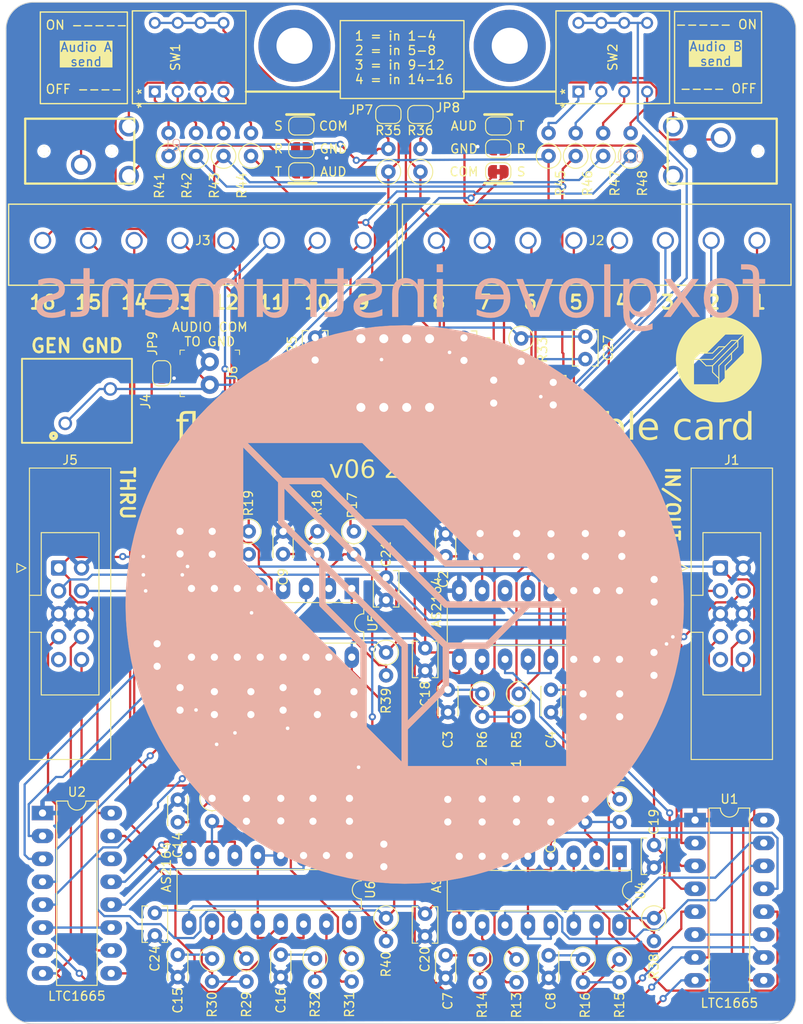
<source format=kicad_pcb>
(kicad_pcb (version 20221018) (generator pcbnew)
  (title_block (title "fluxharmonium ensemble card") (date "2024-04-14") (rev "6") (company "Foxglove Instruments"))
  (layers (0 "F.Cu" signal) (31 "B.Cu" signal) (34 "B.Paste" user) (35 "F.Paste" user) (36 "B.SilkS" user "B.Silkscreen") (37 "F.SilkS" user "F.Silkscreen") (38 "B.Mask" user) (39 "F.Mask" user) (44 "Edge.Cuts" user))
  (net 0 "")
  (net 1 "GND")
  (net 2 "Net-(C3-Pad2)")
  (net 3 "/BUS A")
  (net 4 "/VC1A")
  (net 5 "/VC1B")
  (net 6 "/VC1C")
  (net 7 "/VC1D")
  (net 8 "Net-(C1-Pad2)")
  (net 9 "+12V")
  (net 10 "-12V")
  (net 11 "+5V")
  (net 12 "Net-(JP7-A)")
  (net 13 "Net-(C2-Pad2)")
  (net 14 "Net-(JP8-A)")
  (net 16 "/COM")
  (net 17 "/Audio A")
  (net 18 "/BUS B")
  (net 19 "/Audio B")
  (net 20 "/VC1E")
  (net 21 "/VC1F")
  (net 22 "/VC1G")
  (net 23 "/VC1H")
  (net 24 "/DOUT")
  (net 25 "/CSEL")
  (net 26 "/SCK")
  (net 27 "/DIN")
  (net 28 "/VCA A")
  (net 29 "Net-(U1-DOUT)")
  (net 30 "/VC2H")
  (net 31 "/VC2G")
  (net 32 "/VC2F")
  (net 33 "/VC2E")
  (net 34 "/VC2D")
  (net 35 "/VC2C")
  (net 36 "/VC2B")
  (net 37 "/VC2A")
  (net 38 "Net-(C14-Pad2)")
  (net 39 "Net-(C15-Pad2)")
  (net 40 "Net-(C16-Pad2)")
  (net 41 "Net-(U3-I_IN1)")
  (net 42 "Net-(U3-I_IN2)")
  (net 43 "Net-(U3-I_IN3)")
  (net 44 "Net-(U3-I_IN4)")
  (net 45 "Net-(U4-I_IN1)")
  (net 46 "Net-(U4-I_IN2)")
  (net 47 "Net-(U4-I_IN3)")
  (net 48 "Net-(U4-I_IN4)")
  (net 49 "Net-(U5-I_IN1)")
  (net 50 "Net-(U5-I_IN2)")
  (net 51 "Net-(U5-I_IN3)")
  (net 52 "Net-(U5-I_IN4)")
  (net 53 "Net-(U6-I_IN1)")
  (net 54 "Net-(U6-I_IN2)")
  (net 55 "Net-(U6-I_IN3)")
  (net 56 "Net-(U6-I_IN4)")
  (net 57 "Net-(C4-Pad2)")
  (net 58 "Net-(C5-Pad2)")
  (net 59 "Net-(C6-Pad2)")
  (net 60 "Net-(C7-Pad2)")
  (net 61 "Net-(C8-Pad2)")
  (net 62 "Net-(C9-Pad2)")
  (net 63 "Net-(C10-Pad2)")
  (net 64 "Net-(C11-Pad2)")
  (net 65 "Net-(C12-Pad2)")
  (net 66 "Net-(C13-Pad2)")
  (net 67 "/VCA B")
  (net 69 "/VCA C")
  (net 70 "/VCA D")
  (net 71 "Net-(JP2-B)")
  (net 72 "Net-(JP1-B)")
  (net 73 "Net-(JP3-B)")
  (net 74 "Net-(U3-MODE)")
  (net 75 "Net-(U4-MODE)")
  (net 76 "Net-(U5-MODE)")
  (net 77 "Net-(U6-MODE)")
  (net 78 "Net-(J2-Pad1)")
  (net 79 "Net-(J2-Pad2)")
  (net 80 "Net-(J2-Pad3)")
  (net 81 "Net-(J2-Pad4)")
  (net 82 "Net-(J2-Pad5)")
  (net 83 "Net-(J2-Pad6)")
  (net 84 "Net-(J2-Pad7)")
  (net 85 "Net-(J2-Pad8)")
  (net 86 "Net-(J3-Pad1)")
  (net 87 "Net-(J3-Pad2)")
  (net 88 "Net-(J3-Pad3)")
  (net 89 "Net-(J3-Pad4)")
  (net 90 "Net-(J3-Pad5)")
  (net 91 "Net-(J3-Pad6)")
  (net 92 "Net-(J3-Pad7)")
  (net 93 "Net-(J3-Pad8)")
  (net 94 "Net-(R41-Pad2)")
  (net 95 "Net-(R42-Pad2)")
  (net 96 "Net-(R43-Pad2)")
  (net 97 "Net-(R44-Pad2)")
  (net 98 "Net-(R45-Pad2)")
  (net 99 "Net-(R46-Pad2)")
  (net 100 "Net-(R47-Pad2)")
  (net 101 "Net-(R48-Pad2)")
  (net 102 "Net-(JP5-B)")
  (net 103 "Net-(JP4-B)")
  (net 104 "Net-(JP6-B)")
  (footprint "Resistor_THT:R_Axial_DIN0207_L6.3mm_D2.5mm_P2.54mm_Vertical" (layer "F.Cu") (at 137.9136 57.179 90)
    (fp_text reference "R45")
    (fp_text value "220")
  )
  (footprint "Resistor_THT:R_Axial_DIN0207_L6.3mm_D2.5mm_P2.54mm_Vertical" (layer "F.Cu") (at 141.735 146.275 -90)
    (fp_text reference "R16")
    (fp_text value "500")
  )
  (footprint "Capacitor_THT:C_Disc_D3.0mm_W2.0mm_P2.50mm" (layer "F.Cu") (at 126.495 148.325 90)
    (fp_text reference "C7")
    (fp_text value "560pf")
  )
  (footprint "Resistor_THT:R_Axial_DIN0207_L6.3mm_D2.5mm_P2.54mm_Vertical" (layer "F.Cu") (at 112.018 146.1996 -90)
    (fp_text reference "R32")
    (fp_text value "500")
  )
  (footprint "Capacitor_THT:C_Disc_D3.0mm_W2.0mm_P2.50mm" (layer "F.Cu") (at 96.778 148.2496 90)
    (fp_text reference "C15")
    (fp_text value "560pf")
  )
  (footprint "MountingHole:MountingHole_4mm_Pad" (layer "F.Cu") (at 133.604 44.958)
    (fp_text reference "Hole1" hide)
    (fp_text value "MountingHole_4mm_Pad")
  )
  (footprint "Resistor_THT:R_Axial_DIN0207_L6.3mm_D2.5mm_P2.54mm_Vertical" (layer "F.Cu") (at 134.355 128.495 -90)
    (fp_text reference "R11")
    (fp_text value "30k")
  )
  (footprint "Resistor_THT:R_Axial_DIN0207_L6.3mm_D2.5mm_P2.54mm_Vertical" (layer "F.Cu") (at 134.874 77.412 -90)
    (fp_text reference "R33")
    (fp_text value "3M")
  )
  (footprint "Resistor_THT:R_Axial_DIN0207_L6.3mm_D2.5mm_P2.54mm_Vertical" (layer "F.Cu") (at 116.068 146.1996 -90)
    (fp_text reference "R31")
    (fp_text value "30k")
  )
  (footprint "Capacitor_THT:C_Disc_D3.8mm_W2.6mm_P2.50mm" (layer "F.Cu") (at 124.21 141.21 -90)
    (fp_text reference "C20")
    (fp_text value "100nf")
  )
  (footprint "Jumper:SolderJumper-2_P1.3mm_Open_RoundedPad1.0x1.5mm" (layer "F.Cu") (at 132.334 56.363)
    (fp_text reference "JP5" hide)
    (fp_text value "SolderJumper_2_Open")
  )
  (footprint "Jumper:SolderJumper-2_P1.3mm_Bridged_RoundedPad1.0x1.5mm" (layer "F.Cu") (at 120.142 52.578 180)
    (fp_text reference "JP7")
    (fp_text value "SolderJumper_2_Bridged")
  )
  (footprint "Resistor_THT:R_Axial_DIN0207_L6.3mm_D2.5mm_P2.54mm_Vertical" (layer "F.Cu") (at 104.902 57.179 90)
    (fp_text reference "R44")
    (fp_text value "220" hide)
  )
  (footprint "Resistor_THT:R_Axial_DIN0207_L6.3mm_D2.5mm_P2.54mm_Vertical" (layer "F.Cu") (at 112.272 98.807 -90)
    (fp_text reference "R18")
    (fp_text value "500")
  )
  (footprint "Capacitor_THT:C_Disc_D3.8mm_W2.6mm_P2.50mm" (layer "F.Cu") (at 149.625 104.141 -90)
    (fp_text reference "C17")
    (fp_text value "100nf")
  )
  (footprint "Resistor_THT:R_Axial_DIN0207_L6.3mm_D2.5mm_P2.54mm_Vertical" (layer "F.Cu") (at 101.854 57.179 90)
    (fp_text reference "R43")
    (fp_text value "220" hide)
  )
  (footprint "Resistor_THT:R_Axial_DIN0207_L6.3mm_D2.5mm_P2.54mm_Vertical" (layer "F.Cu") (at 143.9676 57.179 90)
    (fp_text reference "R47")
    (fp_text value "220")
  )
  (footprint "Capacitor_THT:C_Disc_D3.0mm_W2.0mm_P2.50mm" (layer "F.Cu") (at 108.208 148.2496 90)
    (fp_text reference "C16")
    (fp_text value "560pf")
  )
  (footprint "Capacitor_THT:C_Disc_D3.8mm_W2.6mm_P2.50mm" (layer "F.Cu") (at 119.638 133.4996 -90)
    (fp_text reference "C23")
    (fp_text value "100nf")
  )
  (footprint "Resistor_THT:R_Axial_DIN0207_L6.3mm_D2.5mm_P2.54mm_Vertical" (layer "F.Cu") (at 119.888 141.703 -90)
    (fp_text reference "R40")
    (fp_text value "7.5k")
  )
  (footprint "Resistor_THT:R_Axial_DIN0207_L6.3mm_D2.5mm_P2.54mm_Vertical" (layer "F.Cu") (at 116.322 98.807 -90)
    (fp_text reference "R17")
    (fp_text value "30k")
  )
  (footprint "Capacitor_THT:C_Disc_D3.0mm_W2.0mm_P2.50mm" (layer "F.Cu") (at 108.458 98.826 -90)
    (fp_text reference "C9")
    (fp_text value "560pf")
  )
  (footprint "digikey-footprints:PinHeader_1x2_P2.54mm_Drill1.02mm" (layer "F.Cu") (at 100.33 80.01 -90)
    (fp_text reference "J6")
    (fp_text value "22-23-2021")
  )
  (footprint "MountingHole:MountingHole_4mm_Pad" (layer "F.Cu") (at 109.728 44.958)
    (fp_text reference "Hole2" hide)
    (fp_text value "MountingHole_4mm_Pad")
  )
  (footprint "Capacitor_THT:C_Disc_D3.0mm_W2.0mm_P2.50mm" (layer "F.Cu") (at 96.778 128.564 -90)
    (fp_text reference "C14")
    (fp_text value "560pf")
  )
  (footprint "Resistor_THT:R_Axial_DIN0207_L6.3mm_D2.5mm_P2.54mm_Vertical" (layer "F.Cu") (at 104.398 128.4196 -90)
    (fp_text reference "R27")
    (fp_text value "30k")
  )
  (footprint "Resistor_THT:R_Axial_DIN0207_L6.3mm_D2.5mm_P2.54mm_Vertical" (layer "F.Cu") (at 98.806 57.179 90)
    (fp_text reference "R42")
    (fp_text value "220" hide)
  )
  (footprint "Jumper:SolderJumper-2_P1.3mm_Bridged_RoundedPad1.0x1.5mm" (layer "F.Cu") (at 132.334 53.848)
    (fp_text reference "JP4" hide)
    (fp_text value "SolderJumper_2_Bridged")
  )
  (footprint "Resistor_THT:R_Axial_DIN0207_L6.3mm_D2.5mm_P2.54mm_Vertical" (layer "F.Cu") (at 149.606 112.239 -90)
    (fp_text reference "R37")
    (fp_text value "7.5k")
  )
  (footprint "Resistor_THT:R_Axial_DIN0207_L6.3mm_D2.5mm_P2.54mm_Vertical" (layer "F.Cu") (at 116.322 116.587 -90)
    (fp_text reference "R23")
    (fp_text value "30k")
  )
  (footprint "Resistor_THT:R_Axial_DIN0207_L6.3mm_D2.5mm_P2.54mm_Vertical" (layer "F.Cu") (at 123.698 58.928 90)
    (fp_text reference "R36")
    (fp_text value "10k")
  )
  (footprint "Capacitor_THT:C_Disc_D3.8mm_W2.6mm_P2.50mm" (layer "F.Cu") (at 128.528 77.352 -90)
    (fp_text reference "C26")
    (fp_text value "100nf")
  )
  (footprint "Package_DIP:DIP-16_W7.62mm_LongPads" (layer "F.Cu") (at 116.082 105.142 -90)
    (fp_text reference "U5")
    (fp_text value "AS2164")
  )
  (footprint "Resistor_THT:R_Axial_DIN0207_L6.3mm_D2.5mm_P2.54mm_Vertical" (layer "F.Cu") (at 145.8 116.826 -90)
    (fp_text reference "R7")
    (fp_text value "30k")
  )
  (footprint "Jumper:SolderJumper-2_P1.3mm_Bridged_RoundedPad1.0x1.5mm" (layer "F.Cu") (at 94.996 81.28 90)
    (fp_text reference "JP9")
    (fp_text value "SolderJumper_2_Bridged")
  )
  (footprint "Resistor_THT:R_Axial_DIN0207_L6.3mm_D2.5mm_P2.54mm_Vertical" (layer "F.Cu") (at 130.32 99.046 -90)
    (fp_text reference "R4")
    (fp_text value "500")
  )
  (footprint "Capacitor_THT:C_Disc_D3.0mm_W2.0mm_P2.50mm" (layer "F.Cu") (at 126.492 99.08 -90)
    (fp_text reference "C2")
    (fp_text value "560pf")
  )
  (footprint "Resistor_THT:R_Axial_DIN0207_L6.3mm_D2.5mm_P2.54mm_Vertical" (layer "F.Cu") (at 141.99 99.046 -90)
    (fp_text reference "R2")
    (fp_text value "500")
  )
  (footprint "Resistor_THT:R_Axial_DIN0207_L6.3mm_D2.5mm_P2.54mm_Vertical" (layer "F.Cu") (at 119.888 112.239 -90)
    (fp_text reference "R39")
    (fp_text value "7.5k")
  )
  (footprint "Jumper:SolderJumper-2_P1.3mm_Bridged_RoundedPad1.0x1.5mm" (layer "F.Cu") (at 110.49 58.928 180)
    (fp_text reference "JP1" hide)
    (fp_text value "SolderJumper_2_Bridged")
  )
  (footprint "Resistor_THT:R_Axial_DIN0207_L6.3mm_D2.5mm_P2.54mm_Vertical" (layer "F.Cu") (at 104.652 98.807 -90)
    (fp_text reference "R19")
    (fp_text value "30k")
  )
  (footprint "Resistor_THT:R_Axial_DIN0207_L6.3mm_D2.5mm_P2.54mm_Vertical" (layer "F.Cu") (at 134.37 99.046 -90)
    (fp_text reference "R3")
    (fp_text value "30k")
  )
  (footprint "Jumper:SolderJumper-2_P1.3mm_Bridged_RoundedPad1.0x1.5mm" (layer "F.Cu") (at 110.49 53.848 180)
    (fp_text reference "JP3" hide)
    (fp_text value "SolderJumper_2_Bridged")
  )
  (footprint "Capacitor_THT:C_Disc_D3.0mm_W2.0mm_P2.50mm" (layer "F.Cu") (at 138.18 99.08 -90)
    (fp_text reference "C1")
    (fp_text value "560pf")
  )
  (footprint "Resistor_THT:R_Axial_DIN0207_L6.3mm_D2.5mm_P2.54mm_Vertical" (layer "F.Cu") (at 115.828 128.4196 -90)
    (fp_text reference "R25")
    (fp_text value "30k")
  )
  (footprint "Package_DIP:DIP-16_W7.62mm_LongPads" (layer "F.Cu") (at 154.163 130.825)
    (fp_text reference "U1")
    (fp_text value "LTC1665")
  )
  (footprint "Resistor_THT:R_Axial_DIN0207_L6.3mm_D2.5mm_P2.54mm_Vertical" (layer "F.Cu") (at 145.785 146.275 -90)
    (fp_text reference "R15")
    (fp_text value "30k")
  )
  (footprint "Capacitor_THT:C_Disc_D3.8mm_W2.6mm_P2.50mm" (layer "F.Cu") (at 124.225 111.761 -90)
    (fp_text reference "C18")
    (fp_text value "100nf")
  )
  (footprint "Capacitor_THT:C_Disc_D3.0mm_W2.0mm_P2.50mm" (layer "F.Cu") (at 138.165 128.544 -90)
    (fp_text reference "C5")
    (fp_text value "560pf")
  )
  (footprint "Capacitor_THT:C_Disc_D3.0mm_W2.0mm_P2.50mm" (layer "F.Cu") (at 97.032 118.637 90)
    (fp_text reference "C11")
    (fp_text value "560pf")
  )
  (footprint "Jumper:SolderJumper-2_P1.3mm_Bridged_RoundedPad1.0x1.5mm" (layer "F.Cu") (at 123.698 52.578)
    (fp_text reference "JP8")
    (fp_text value "SolderJumper_2_Bridged")
  )
  (footprint "Resistor_THT:R_Axial_DIN0207_L6.3mm_D2.5mm_P2.54mm_Vertical" (layer "F.Cu") (at 141.75 116.826 -90)
    (fp_text reference "R8")
    (fp_text value "500")
  )
  (footprint "Resistor_THT:R_Axial_DIN0207_L6.3mm_D2.5mm_P2.54mm_Vertical" (layer "F.Cu") (at 120.142 58.928 90)
    (fp_text reference "R35")
    (fp_text value "10k")
  )
  (footprint "Capacitor_THT:C_Disc_D3.8mm_W2.6mm_P2.50mm" (layer "F.Cu") (at 149.61 133.59 -90)
    (fp_text reference "C19")
    (fp_text value "100nf")
  )
  (footprint "digikey-footprints:DIP-8_W7.62mm" (layer "F.Cu") (at 124.714 77.441 -90)
    (fp_text reference "U8")
    (fp_text value "TL072CP")
  )
  (footprint "wurth:691412320002" (layer "F.Cu") (at 86.798 84.923 -90)
    (property "VALUE" "691412320002")
    (fp_text reference "J4")
    (fp_text value "691412320002")
  )
  (footprint "kycon:xess-STX-3000_KYC" (layer "F.Cu") (at 165.1242 56.642 180)
    (fp_text reference "J10")
    (fp_text value "STX-3000" hide)
  )
  (footprint "Resistor_THT:R_Axial_DIN0207_L6.3mm_D2.5mm_P2.54mm_Vertical" (layer "F.Cu") (at 147.0156 57.179 90)
    (fp_text reference "R48")
    (fp_text value "220")
  )
  (footprint "Capacitor_THT:C_Disc_D3.0mm_W2.0mm_P2.50mm" (layer "F.Cu") (at 97.032 101.307 90)
    (fp_text reference "C10")
    (fp_text value "560pf")
  )
  (footprint "Capacitor_THT:C_Disc_D3.8mm_W2.6mm_P2.50mm" (layer "F.Cu") (at 119.892 103.927 -90)
    (fp_text reference "C21")
    (fp_text value "100nf")
  )
  (footprint "Capacitor_THT:C_Disc_D3.8mm_W2.6mm_P2.50mm" (layer "F.Cu") (at 94.492 113.772 90)
    (fp_text reference "C22")
    (fp_text value "100nf")
  )
  (footprint "Package_DIP:DIP-16_W7.62mm_LongPads" (layer "F.Cu") (at 115.813 134.7546 -90)
    (fp_text reference "U6")
    (fp_text value "AS2164")
  )
  (footprint "Resistor_THT:R_Axial_DIN0207_L6.3mm_D2.5mm_P2.54mm_Vertical" (layer "F.Cu") (at 130.56 116.826 -90)
    (fp_text reference "R6")
    (fp_text value "500")
  )
  (footprint "Connector_IDC:IDC-Header_2x05_P2.54mm_Latch_Vertical" (layer "F.Cu") (at 156.972 102.87)
    (fp_text reference "J1")
    (fp_text value "302-S101")
  )
  (footprint "Package_DIP:DIP-16_W7.62mm_LongPads" (layer "F.Cu") (at 145.785 105.381 -90)
    (fp_text reference "U3")
    (fp_text value "AS2164")
  )
  (footprint "Resistor_THT:R_Axial_DIN0207_L6.3mm_D2.5mm_P2.54mm_Vertical" (layer "F.Cu") (at 134.61 116.826 -90)
    (fp_text reference "R5")
    (fp_text value "30k")
  )
  (footprint "phoenix:CONN_1755794_PXC" (layer "F.Cu") (at 117.348 66.548)
    (fp_text reference "J3")
    (fp_text value "Screw_Terminal_01x08")
  )
  (footprint "Resistor_THT:R_Axial_DIN0207_L6.3mm_D2.5mm_P2.54mm_Vertical" (layer "F.Cu") (at 111.778 128.4196 -90)
    (fp_text reference "R26")
    (fp_text value "500")
  )
  (footprint "Capacitor_THT:C_Disc_D3.8mm_W2.6mm_P2.50mm" (layer "F.Cu") (at 94.238 141.1196 -90)
    (fp_text reference "C24")
    (fp_text value "100nf")
  )
  (footprint "Capacitor_THT:C_Disc_D3.0mm_W2.0mm_P2.50mm" (layer "F.Cu") (at 108.208 130.9196 90)
    (fp_text reference "C13")
    (fp_text value "560pf")
  )
  (footprint "Jumper:SolderJumper-2_P1.3mm_Open_RoundedPad1.0x1.5mm" (layer "F.Cu") (at 110.49 56.388 180)
    (fp_text reference "JP2" hide)
    (fp_text value "SolderJumper_2_Open")
  )
  (footprint "Connector_IDC:IDC-Header_2x05_P2.54mm_Latch_Vertical" (layer "F.Cu") (at 83.566 102.87)
    (fp_text reference "J5")
    (fp_text value "302-S101")
  )
  (footprint "Resistor_THT:R_Axial_DIN0207_L6.3mm_D2.5mm_P2.54mm_Vertical" (layer "F.Cu") (at 100.588 146.1996 -90)
    (fp_text reference "R30")
    (fp_text value "500")
  )
  (footprint "CTS:DIP8_208-4_CTS" (layer "F.Cu") (at 94.234 50.038 90)
    (fp_text reference "SW1")
    (fp_text value "208-4")
  )
  (footprint "Package_DIP:DIP-16_W7.62mm_LongPads" (layer "F.Cu") (at 81.777 130.048)
    (fp_text reference "U2")
    (fp_text value "LTC1665")
  )
  (footprint "Jumper:SolderJumper-2_P1.3mm_Bridged_RoundedPad1.0x1.5mm" (layer "F.Cu") (at 132.334 58.928)
    (fp_text reference "JP6" hide)
    (fp_text value "SolderJumper_2_Bridged")
  )
  (footprint "Package_DIP:DIP-16_W7.62mm_LongPads" (layer "F.Cu") (at 145.785 134.845 -90)
    (fp_text reference "U4")
    (fp_text value "AS2164")
  )
  (footprint "CTS:DIP8_208-4_CTS" (layer "F.Cu") (at 141.224 50.038 90)
    (fp_text reference "SW2")
    (fp_text value "208-4")
  )
  (footprint "Resistor_THT:R_Axial_DIN0207_L6.3mm_D2.5mm_P2.54mm_Vertical" (layer "F.Cu") (at 130.305 146.275 -90)
    (fp_text reference "R14")
    (fp_text value "500")
  )
  (footprint "Capacitor_THT:C_Disc_D3.0mm_W2.0mm_P2.50mm" (layer "F.Cu") (at 138.18 118.876 90)
    (fp_text reference "C4")
    (fp_text value "560pf")
  )
  (footprint "Resistor_THT:R_Axial_DIN0207_L6.3mm_D2.5mm_P2.54mm_Vertical" (layer "F.Cu") (at 146.04 99.046 -90)
    (fp_text reference "R1")
    (fp_text value "30k")
  )
  (footprint "Resistor_THT:R_Axial_DIN0207_L6.3mm_D2.5mm_P2.54mm_Vertical" (layer "F.Cu") (at 104.892 116.587 -90)
    (fp_text reference "R21")
    (fp_text value "30k")
  )
  (footprint "Resistor_THT:R_Axial_DIN0207_L6.3mm_D2.5mm_P2.54mm_Vertical" (layer "F.Cu") (at 140.9196 57.179 90)
    (fp_text reference "R46")
    (fp_text value "220")
  )
  (footprint "Resistor_THT:R_Axial_DIN0207_L6.3mm_D2.5mm_P2.54mm_Vertical" (layer "F.Cu") (at 134.355 146.275 -90)
    (fp_text reference "R13")
    (fp_text value "30k")
  )
  (footprint "Resistor_THT:R_Axial_DIN0207_L6.3mm_D2.5mm_P2.54mm_Vertical" (layer "F.Cu") (at 145.805 128.495 -90)
    (fp_text reference "R9")
    (fp_text value "30k")
  )
  (footprint "Capacitor_THT:C_Disc_D3.0mm_W2.0mm_P2.50mm" (layer "F.Cu") (at 137.925 148.325 90)
    (fp_text reference "C8")
    (fp_text value "560pf")
  )
  (footprint "Resistor_THT:R_Axial_DIN0207_L6.3mm_D2.5mm_P2.54mm_Vertical" (layer "F.Cu") (at 112.272 116.587 -90)
    (fp_text reference "R24")
    (fp_text value "500")
  )
  (footprint "Capacitor_THT:C_Disc_D3.8mm_W2.6mm_P2.50mm" (layer "F.Cu") (at 138.43 84.787 90)
    (fp_text reference "C28")
    (fp_text value "100pf")
  )
  (footprint "kycon:xess-STX-3000_KYC" (layer "F.Cu") (at 77.9538 56.642)
    (fp_text reference "J9")
    (fp_text value "STX-3000" hide)
  )
  (footprint "Resistor_THT:R_Axial_DIN0207_L6.3mm_D2.5mm_P2.54mm_Vertical" (layer "F.Cu") (at 100.602 98.807 -90)
    (fp_text reference "R20")
    (fp_text value "500")
  )
  (footprint "Resistor_THT:R_Axial_DIN0207_L6.3mm_D2.5mm_P2.54mm_Vertical" (layer "F.Cu") (at 141.975 128.495 -90)
    (fp_text reference "R10")
    (fp_text value "500")
  )
  (footprint "Capacitor_THT:C_Disc_D3.0mm_W2.0mm_P2.50mm" (layer "F.Cu") (at 126.735 131.035 90)
    (fp_text reference "C6")
    (fp_text value "560pf")
  )
  (footprint "Resistor_THT:R_Axial_DIN0207_L6.3mm_D2.5mm_P2.54mm_Vertical" (layer "F.Cu") (at 131.826 84.582 90)
    (fp_text reference "R34")
    (fp_text value "3M")
  )
  (footprint "Capacitor_THT:C_Disc_D3.0mm_W2.0mm_P2.50mm" (layer "F.Cu") (at 108.462 118.637 90)
    (fp_text reference "C12")
    (fp_text value "560pf")
  )
  (footprint "Resistor_THT:R_Axial_DIN0207_L6.3mm_D2.5mm_P2.54mm_Vertical" (layer "F.Cu") (at 149.606 141.703 -90)
    (fp_text reference "R38")
    (fp_text value "7.5k")
  )
  (footprint "Resistor_THT:R_Axial_DIN0207_L6.3mm_D2.5mm_P2.54mm_Vertical" (layer "F.Cu") (at 100.588 128.4196 -90)
    (fp_text reference "R28")
    (fp_text value "500")
  )
  (footprint "Capacitor_THT:C_Disc_D3.8mm_W2.6mm_P2.50mm" (layer "F.Cu") (at 141.986 77.207 -90)
    (fp_text reference "C27")
    (fp_text value "100pf")
  )
  (footprint "Resistor_THT:R_Axial_DIN0207_L6.3mm_D2.5mm_P2.54mm_Vertical" (layer "F.Cu") (at 104.398 146.1996 -90)
    (fp_text reference "R29")
    (fp_text value "30k")
  )
  (footprint "Capacitor_THT:C_Disc_D3.8mm_W2.6mm_P2.50mm" (layer "F.Cu") (at 112.018 79.812 90)
    (fp_text reference "C25")
    (fp_text value "100nf")
  )
  (footprint "Resistor_THT:R_Axial_DIN0207_L6.3mm_D2.5mm_P2.54mm_Vertical" (layer "F.Cu") (at 100.842 116.587 -90)
    (fp_text reference "R22")
    (fp_text value "500")
  )
  (footprint "Resistor_THT:R_Axial_DIN0207_L6.3mm_D2.5mm_P2.54mm_Vertical" (layer "F.Cu") (at 95.758 57.179 90)
    (fp_text reference "R41")
    (fp_text value "220" hide)
  )
  (footprint "phoenix:CONN_1755794_PXC" (layer "F.Cu") (at 161.036 66.548)
    (fp_text reference "J2")
    (fp_text value "Screw_Terminal_01x08")
  )
  (footprint "Capacitor_THT:C_Disc_D3.0mm_W2.0mm_P2.50mm" (layer "F.Cu") (at 126.75 118.876 90)
    (fp_text reference "C3")
    (fp_text value "560pf")
  )
  (footprint "Resistor_THT:R_Axial_DIN0207_L6.3mm_D2.5mm_P2.54mm_Vertical" (layer "F.Cu") (at 130.545 128.495 -90)
    (fp_text reference "R12")
    (fp_text value "500")
  )
  (gr_line (start 121.95504 125.185607) (end 121.95504 120.61956) (stroke (width 0.716869)) (layer "B.SilkS"))
  (gr_line (start 117.388992 120.61956) (end 121.95504 125.185607) (stroke (width 0.716869)) (layer "B.SilkS"))
  (gr_poly (pts (xy 120.363056 76.005485) (xy 118.791855 76.125121) (xy 117.243388 76.322131) (xy 115.719607 76.594562) (xy 114.222462 76.940464) (xy 112.753906 77.357884) (xy 111.31589 77.844873) (xy 109.910365 78.399477) (xy 108.539282 79.019746) (xy 107.204594 79.703729) (xy 105.908251 80.449475) (xy 104.652205 81.255031) (xy 103.438407 82.118447) (xy 102.268808 83.037771) (xy 101.145361 84.011052) (xy 100.070016 85.036339) (xy 99.044725 86.11168) (xy 98.07144 87.235125) (xy 97.152111 88.404721) (xy 96.28869 89.618517) (xy 95.483129 90.874563) (xy 94.737379 92.170906) (xy 94.053391 93.505595) (xy 93.433117 94.87668) (xy 92.878508 96.282208) (xy 92.391516 97.720229) (xy 91.974091 99.188791) (xy 91.628186 100.685943) (xy 91.355752 102.209733) (xy 91.158741 103.75821) (xy 91.039103 105.329423) (xy 90.99879 106.92142) (xy 91.039103 108.513404) (xy 91.158741 110.084605) (xy 91.355752 111.633072) (xy 91.628186 113.156853) (xy 91.974091 114.653998) (xy 92.391516 116.122554) (xy 92.878508 117.56057) (xy 93.433117 118.966095) (xy 94.053391 120.337178) (xy 94.737379 121.671866) (xy 95.483129 122.968209) (xy 96.28869 124.224255) (xy 97.152111 125.438053) (xy 98.07144 126.607652) (xy 99.044725 127.731099) (xy 100.070016 128.806444) (xy 101.145361 129.831735) (xy 102.268808 130.80502) (xy 103.438407 131.724349) (xy 104.652205 132.58777) (xy 105.908251 133.393331) (xy 107.204594 134.139081) (xy 108.539282 134.823069) (xy 109.910365 135.443343) (xy 111.31589 135.997952) (xy 112.753906 136.484944) (xy 114.222462 136.902369) (xy 115.719607 137.248274) (xy 117.243388 137.520708) (xy 118.791855 137.717719) (xy 120.363056 137.837357) (xy 121.95504 137.87767) (xy 123.547037 137.837357) (xy 125.11825 137.717719) (xy 126.666727 137.520708) (xy 128.190517 137.248274) (xy 129.687669 136.902369) (xy 131.156231 136.484944) (xy 132.594252 135.997952) (xy 133.99978 135.443343) (xy 135.370865 134.823069) (xy 136.705554 134.139081) (xy 138.001897 133.393331) (xy 139.257943 132.58777) (xy 140.471739 131.724349) (xy 141.641335 130.80502) (xy 142.76478 129.831735) (xy 143.840121 128.806444) (xy 144.865408 127.731099) (xy 145.838689 126.607652) (xy 146.758013 125.438053) (xy 146.937587 125.185607) (xy 140.219226 125.185607) (xy 121.95504 125.185607) (xy 117.388992 120.61956) (xy 117.388992 116.053512) (xy 103.690853 102.355375) (xy 103.690853 88.657234) (xy 117.388992 88.657234) (xy 131.087133 102.355375) (xy 135.653179 102.355375) (xy 140.219226 106.92142) (xy 140.219226 125.185607) (xy 146.937587 125.185607) (xy 147.621429 124.224255) (xy 148.426985 122.968209) (xy 149.172731 121.671866) (xy 149.856714 120.337178) (xy 150.476983 118.966095) (xy 151.031587 117.56057) (xy 151.518576 116.122554) (xy 151.935996 114.653998) (xy 152.281898 113.156853) (xy 152.554329 111.633072) (xy 152.751339 110.084605) (xy 152.870975 108.513404) (xy 152.911288 106.92142) (xy 152.870975 105.329423) (xy 152.751339 103.75821) (xy 152.554329 102.209733) (xy 152.281898 100.685943) (xy 151.935996 99.188791) (xy 151.518576 97.720229) (xy 151.031587 96.282208) (xy 150.476983 94.87668) (xy 149.856714 93.505595) (xy 149.172731 92.170906) (xy 148.426985 90.874563) (xy 147.621429 89.618517) (xy 146.758013 88.404721) (xy 145.838689 87.235125) (xy 144.865408 86.11168) (xy 143.840121 85.036339) (xy 142.76478 84.011052) (xy 141.641335 83.037771) (xy 140.471739 82.118447) (xy 139.257943 81.255031) (xy 138.001897 80.449475) (xy 136.705554 79.703729) (xy 135.370865 79.019746) (xy 133.99978 78.399477) (xy 132.594252 77.844873) (xy 131.156231 77.357884) (xy 129.687669 76.940464) (xy 128.190517 76.594562) (xy 126.666727 76.322131) (xy 125.11825 76.125121) (xy 123.547037 76.005485) (xy 121.95504 75.965172)) (stroke (width 0.034361)) (fill solid) (layer "B.SilkS"))
  (gr_line (start 135.653179 106.92142) (end 140.219224 106.92142) (stroke (width 0.716869)) (layer "B.SilkS"))
  (gr_line (start 121.95504 120.61956) (end 126.521083 116.053512) (stroke (width 0.716869)) (layer "B.SilkS"))
  (gr_line (start 103.690849 88.657234) (end 126.521083 111.487468) (stroke (width 0.716869)) (layer "B.SilkS"))
  (gr_line (start 121.95504 97.789327) (end 117.388992 97.789327) (stroke (width 0.716869)) (layer "B.SilkS"))
  (gr_line (start 126.521083 102.355375) (end 121.95504 97.789327) (stroke (width 0.716869)) (layer "B.SilkS"))
  (gr_line (start 103.690849 102.355375) (end 117.388992 116.053512) (stroke (width 0.716869)) (layer "B.SilkS"))
  (gr_line (start 108.2569 93.223281) (end 112.822948 93.223281) (stroke (width 0.716869)) (layer "B.SilkS"))
  (gr_line (start 131.087133 111.487468) (end 135.653179 106.92142) (stroke (width 0.716869)) (layer "B.SilkS"))
  (gr_line (start 103.690849 88.657234) (end 103.690849 102.355375) (stroke (width 0.716869)) (layer "B.SilkS"))
  (gr_line (start 140.219224 125.185607) (end 140.219224 106.92142) (stroke (width 0.716869)) (layer "B.SilkS"))
  (gr_line (start 126.521083 116.053512) (end 126.521083 111.487468) (stroke (width 0.716869)) (layer "B.SilkS"))
  (gr_line (start 121.95504 125.185607) (end 140.219224 125.185607) (stroke (width 0.716869)) (layer "B.SilkS"))
  (gr_line (start 126.521083 111.487468) (end 131.087133 111.487468) (stroke (width 0.716869)) (layer "B.SilkS"))
  (gr_line (start 140.219224 106.92142) (end 135.653179 102.355375) (stroke (width 0.716869)) (layer "B.SilkS"))
  (gr_line (start 135.653179 102.355375) (end 131.087133 102.355375) (stroke (width 0.716869)) (layer "B.SilkS"))
  (gr_line (start 131.087133 102.355375) (end 126.521083 102.355375) (stroke (width 0.716869)) (layer "B.SilkS"))
  (gr_line (start 117.388992 111.487468) (end 112.822948 106.92142) (stroke (width 0.716869)) (layer "B.SilkS"))
  (gr_line (start 108.2569 97.789327) (end 108.2569 93.223281) (stroke (width 0.716869)) (layer "B.SilkS"))
  (gr_line (start 135.653179 106.92142) (end 126.521083 106.92142) (stroke (width 0.716869)) (layer "B.SilkS"))
  (gr_line (start 126.521083 106.92142) (end 112.822948 93.223281) (stroke (width 0.716869)) (layer "B.SilkS"))
  (gr_line (start 117.388992 116.053512) (end 117.388992 111.487468) (stroke (width 0.716869)) (layer "B.SilkS"))
  (gr_line (start 131.087133 102.355375) (end 117.388992 88.657234) (stroke (width 0.716869)) (layer "B.SilkS"))
  (gr_line (start 117.388992 88.657234) (end 103.690849 88.657234) (stroke (width 0.716869)) (layer "B.SilkS"))
  (gr_line (start 112.822948 106.92142) (end 112.822948 102.355375) (stroke (width 0.716869)) (layer "B.SilkS"))
  (gr_line (start 121.95504 111.487468) (end 108.2569 97.789327) (stroke (width 0.716869)) (layer "B.SilkS"))
  (gr_line (start 121.95504 120.61956) (end 121.95504 111.487468) (stroke (width 0.716869)) (layer "B.SilkS"))
  (gr_line (start 117.388992 116.053512) (end 117.388992 120.61956) (stroke (width 0.716869)) (layer "B.SilkS"))
  (gr_line (start 157.505135 80.442594) (end 157.505135 81.145063) (stroke (width 0.110287)) (layer "F.SilkS"))
  (gr_line (start 157.505135 76.930251) (end 155.397729 79.037657) (stroke (width 0.110287)) (layer "F.SilkS"))
  (gr_rect (start 114.808 42.164) (end 128.524 50.8) (stroke (width 0.15)) (fill none) (layer "F.SilkS"))
  (gr_line (start 159.612542 76.930251) (end 157.505135 76.930251) (stroke (width 0.110287)) (layer "F.SilkS"))
  (gr_line (start 159.612542 79.037657) (end 159.612542 76.930251) (stroke (width 0.110287)) (layer "F.SilkS"))
  (gr_line (start 156.100198 80.442594) (end 159.612542 76.930251) (stroke (width 0.110287)) (layer "F.SilkS"))
  (gr_line (start 153.992792 79.740125) (end 153.992792 82.55) (stroke (width 0.110287)) (layer "F.SilkS"))
  (gr_line (start 114.7572 50.038) (end 104.3432 50.038) (stroke (width 0.25)) (layer "F.SilkS"))
  (gr_line (start 157.505135 78.335188) (end 156.802666 78.335188) (stroke (width 0.110287)) (layer "F.SilkS"))
  (gr_line (start 158.207604 79.037657) (end 158.207604 79.740125) (stroke (width 0.110287)) (layer "F.SilkS"))
  (gr_rect (start 151.892 41.148) (end 161.544 51.308) (stroke (width 0.15)) (fill none) (layer "F.SilkS"))
  (gr_line (start 157.505135 81.847531) (end 157.505135 81.145063) (stroke (width 0.110287)) (layer "F.SilkS"))
  (gr_line (start 156.802666 80.442594) (end 156.802666 81.847531) (stroke (width 0.110287)) (layer "F.SilkS"))
  (gr_line (start 153.992792 82.55) (end 156.802666 82.55) (stroke (width 0.110287)) (layer "F.SilkS"))
  (gr_line (start 158.910072 78.335188) (end 156.802666 80.442594) (stroke (width 0.110287)) (layer "F.SilkS"))
  (gr_line (start 158.207604 79.740125) (end 157.505135 80.442594) (stroke (width 0.110287)) (layer "F.SilkS"))
  (gr_poly (pts (xy 157.047587 74.983828) (xy 157.28931 75.002233) (xy 157.527536 75.032542) (xy 157.761964 75.074455) (xy 157.992294 75.127671) (xy 158.218225 75.191889) (xy 158.439459 75.26681) (xy 158.655693 75.352134) (xy 158.866629 75.44756) (xy 159.071966 75.552788) (xy 159.271403 75.667518) (xy 159.464641 75.79145) (xy 159.651379 75.924283) (xy 159.831317 76.065718) (xy 160.004155 76.215453) (xy 160.169593 76.37319) (xy 160.32733 76.538627) (xy 160.477066 76.711465) (xy 160.618502 76.891402) (xy 160.751336 77.07814) (xy 160.875268 77.271378) (xy 160.989999 77.470815) (xy 161.095228 77.676152) (xy 161.190654 77.887088) (xy 161.275979 78.103324) (xy 161.350901 78.324557) (xy 161.41512 78.55049) (xy 161.468336 78.780821) (xy 161.510249 79.01525) (xy 161.540559 79.253478) (xy 161.558964 79.495203) (xy 161.565166 79.740125) (xy 161.558964 79.985046) (xy 161.540559 80.226769) (xy 161.510249 80.464995) (xy 161.468336 80.699423) (xy 161.41512 80.929753) (xy 161.350901 81.155684) (xy 161.275979 81.376918) (xy 161.190654 81.593152) (xy 161.095228 81.804088) (xy 160.989999 82.009425) (xy 160.875268 82.208862) (xy 160.751336 82.4021) (xy 160.618502 82.588838) (xy 160.477066 82.768776) (xy 160.32733 82.941614) (xy 160.169593 83.107052) (xy 160.004155 83.264789) (xy 159.831317 83.414525) (xy 159.651379 83.555961) (xy 159.464641 83.688795) (xy 159.271403 83.812727) (xy 159.071966 83.927458) (xy 158.866629 84.032687) (xy 158.655693 84.128113) (xy 158.439459 84.213438) (xy 158.218225 84.28836) (xy 157.992294 84.352579) (xy 157.761964 84.405795) (xy 157.527536 84.447708) (xy 157.28931 84.478018) (xy 157.047587 84.496423) (xy 156.802666 84.502625) (xy 156.557744 84.496423) (xy 156.316019 84.478018) (xy 156.077791 84.447708) (xy 155.843362 84.405795) (xy 155.613031 84.352579) (xy 155.387098 84.28836) (xy 155.165865 84.213438) (xy 154.949629 84.128113) (xy 154.738693 84.032687) (xy 154.533356 83.927458) (xy 154.333919 83.812727) (xy 154.140681 83.688795) (xy 153.953943 83.555961) (xy 153.774006 83.414525) (xy 153.601168 83.264789) (xy 153.435731 83.107052) (xy 153.277994 82.941614) (xy 153.128259 82.768776) (xy 152.986824 82.588838) (xy 152.959198 82.55) (xy 153.992792 82.55) (xy 156.802666 82.55) (xy 157.505135 81.847531) (xy 157.505135 81.145063) (xy 159.612541 79.037657) (xy 159.612541 76.930251) (xy 157.505135 76.930251) (xy 155.397729 79.037657) (xy 154.69526 79.037657) (xy 153.992792 79.740125) (xy 153.992792 82.55) (xy 152.959198 82.55) (xy 152.853991 82.4021) (xy 152.730059 82.208862) (xy 152.615329 82.009425) (xy 152.510101 81.804088) (xy 152.414675 81.593152) (xy 152.329351 81.376918) (xy 152.25443 81.155684) (xy 152.190212 80.929753) (xy 152.136996 80.699423) (xy 152.095083 80.464995) (xy 152.064774 80.226769) (xy 152.046369 79.985046) (xy 152.040167 79.740125) (xy 152.046369 79.495203) (xy 152.064774 79.253478) (xy 152.095083 79.01525) (xy 152.136996 78.780821) (xy 152.190212 78.55049) (xy 152.25443 78.324557) (xy 152.329351 78.103324) (xy 152.414675 77.887088) (xy 152.510101 77.676152) (xy 152.615329 77.470815) (xy 152.730059 77.271378) (xy 152.853991 77.07814) (xy 152.986824 76.891402) (xy 153.128259 76.711465) (xy 153.277994 76.538627) (xy 153.435731 76.37319) (xy 153.601168 76.215453) (xy 153.774006 76.065718) (xy 153.953943 75.924283) (xy 154.140681 75.79145) (xy 154.333919 75.667518) (xy 154.533356 75.552788) (xy 154.738693 75.44756) (xy 154.949629 75.352134) (xy 155.165865 75.26681) (xy 155.387098 75.191889) (xy 155.613031 75.127671) (xy 155.843362 75.074455) (xy 156.077791 75.032542) (xy 156.316019 75.002233) (xy 156.557744 74.983828) (xy 156.802666 74.977626)) (stroke (width 0.005286)) (fill solid) (layer "F.SilkS"))
  (gr_line (start 154.69526 79.740125) (end 155.397729 80.442594) (stroke (width 0.110287)) (layer "F.SilkS"))
  (gr_line (start 156.802666 81.847531) (end 156.802666 82.55) (stroke (width 0.110287)) (layer "F.SilkS"))
  (gr_line (start 158.207604 77.632719) (end 156.100198 79.740125) (stroke (width 0.110287)) (layer "F.SilkS"))
  (gr_line (start 156.100198 79.740125) (end 154.69526 79.740125) (stroke (width 0.110287)) (layer "F.SilkS"))
  (gr_line (start 130.81 52.578) (end 133.858 52.578) (stroke (width 0.3)) (layer "F.SilkS"))
  (gr_line (start 156.802666 82.55) (end 157.505135 81.847531) (stroke (width 0.110287)) (layer "F.SilkS"))
  (gr_rect (start 81.534 41.2115) (end 91.186 51.3715) (stroke (width 0.15)) (fill none) (layer "F.SilkS"))
  (gr_line (start 156.100198 80.442594) (end 156.100198 81.145063) (stroke (width 0.110287)) (layer "F.SilkS"))
  (gr_line (start 155.397729 79.037657) (end 154.69526 79.037657) (stroke (width 0.110287)) (layer "F.SilkS"))
  (gr_line (start 156.100198 79.037657) (end 155.397729 79.037657) (stroke (width 0.110287)) (layer "F.SilkS"))
  (gr_line (start 158.207604 77.632719) (end 158.910072 77.632719) (stroke (width 0.110287)) (layer "F.SilkS"))
  (gr_line (start 154.69526 79.037657) (end 153.992792 79.740125) (stroke (width 0.110287)) (layer "F.SilkS"))
  (gr_line (start 112.138 60.198) (end 109.09 60.198) (stroke (width 0.3)) (layer "F.SilkS"))
  (gr_line (start 111.89 52.578) (end 108.842 52.578) (stroke (width 0.3)) (layer "F.SilkS"))
  (gr_line (start 157.505135 81.145063) (end 159.612542 79.037657) (stroke (width 0.110287)) (layer "F.SilkS"))
  (gr_line (start 153.992792 79.740125) (end 154.69526 79.740125) (stroke (width 0.110287)) (layer "F.SilkS"))
  (gr_line (start 155.397729 80.442594) (end 156.100198 80.442594) (stroke (width 0.110287)) (layer "F.SilkS"))
  (gr_line (start 138.684 50.038) (end 128.4732 50.038) (stroke (width 0.25)) (layer "F.SilkS"))
  (gr_line (start 156.100198 81.145063) (end 156.802666 81.847531) (stroke (width 0.110287)) (layer "F.SilkS"))
  (gr_line (start 156.802666 78.335188) (end 156.100198 79.037657) (stroke (width 0.110287)) (layer "F.SilkS"))
  (gr_line (start 130.81 60.198) (end 133.858 60.198) (stroke (width 0.3)) (layer "F.SilkS"))
  (gr_line (start 158.910072 77.632719) (end 158.910072 78.335188) (stroke (width 0.110287)) (layer "F.SilkS"))
  (gr_arc (start 162.353954 40.132) (mid 164.475291 41.010696) (end 165.353954 43.132046) (stroke (width 0.1)) (layer "Edge.Cuts"))
  (gr_line (start 77.724031 150.415989) (end 77.724001 43.132001) (stroke (width 0.1)) (layer "Edge.Cuts"))
  (gr_arc (start 77.724001 43.132001) (mid 78.60268 41.01068) (end 80.724001 40.132) (stroke (width 0.1)) (layer "Edge.Cuts"))
  (gr_arc (start 165.352324 150.413227) (mid 164.474846 152.536722) (end 162.352326 153.416573) (stroke (width 0.1)) (layer "Edge.Cuts"))
  (gr_line (start 80.724001 40.132) (end 162.353954 40.132) (stroke (width 0.1)) (layer "Edge.Cuts"))
  (gr_arc (start 80.724011 153.41602) (mid 78.602693 152.537322) (end 77.724031 150.415989) (stroke (width 0.1)) (layer "Edge.Cuts"))
  (gr_line (start 162.352326 153.416573) (end 80.724011 153.41602) (stroke (width 0.1)) (layer "Edge.Cuts"))
  (gr_line (start 165.353954 43.132046) (end 165.352324 150.413227) (stroke (width 0.1)) (layer "Edge.Cuts"))
  (gr_text "foxglove instruments" (at 121.412 75.965172) (layer "B.SilkS") (effects (font (size 5.5 5.5)) (justify bottom mirror)))
  (gr_text "AUDIO COM\nTO GND" (at 100.33 76.962) (layer "F.SilkS") (effects (font (size 1 1))))
  (gr_text "4" (at 146.05 73.406) (layer "F.SilkS") (effects (font (size 1.5 1.5) (thickness 0.3) bold)))
  (gr_text "ON -----\n" (at 82.042 43.2435) (layer "F.SilkS") (effects (font (size 1 1)) (justify left bottom)))
  (gr_text "R" (at 134.874 56.388) (layer "F.SilkS") (effects (font (size 1 1))))
  (gr_text "COM" (at 114.046 53.848) (layer "F.SilkS") (effects (font (size 1 1))))
  (gr_text "COM" (at 128.524 58.928) (layer "F.SilkS") (effects (font (size 1 1))))
  (gr_text "T" (at 134.874 53.848) (layer "F.SilkS") (effects (font (size 1 1))))
  (gr_text "T" (at 107.95 58.928) (layer "F.SilkS") (effects (font (size 1 1))))
  (gr_text "fluxharmonium ensemble card" (at 96.52 89.154) (layer "F.SilkS") (effects (font (size 3 3)) (justify left bottom)))
  (gr_text "OFF ----\n" (at 82.042 50.3555) (layer "F.SilkS") (effects (font (size 1 1)) (justify left bottom)))
  (gr_text "GND" (at 114.046 56.388) (layer "F.SilkS") (effects (font (size 1 1))))
  (gr_text "1 = in 1-4\n2 = in 5-8\n3 = in 9-12\n4 = in 14-16" (at 116.332 49.276) (layer "F.SilkS") (effects (font (size 1 1)) (justify left bottom)))
  (gr_text "15" (at 86.868 73.406) (layer "F.SilkS") (effects (font (size 1.5 1.5) (thickness 0.3) bold)))
  (gr_text "GND" (at 128.524 56.388) (layer "F.SilkS") (effects (font (size 1 1))))
  (gr_text "5" (at 140.97 73.406) (layer "F.SilkS") (effects (font (size 1.5 1.5) (thickness 0.3) bold)))
  (gr_text "1" (at 161.29 73.406) (layer "F.SilkS") (effects (font (size 1.5 1.5) (thickness 0.3) bold)))
  (gr_text "GEN GND" (at 85.598 78.232) (layer "F.SilkS") (effects (font (size 1.5 1.5) (thickness 0.3) bold)))
  (gr_text "IN/OUT" (at 151.638 95.758 270) (layer "F.SilkS") (effects (font (size 1.5 1.5) (thickness 0.3) bold)))
  (gr_text "THRU" (at 91.186 94.579428 270) (layer "F.SilkS") (effects (font (size 1.5 1.5) (thickness 0.3) bold)))
  (gr_text "8" (at 125.73 73.406) (layer "F.SilkS") (effects (font (size 1.5 1.5) (thickness 0.3) bold)))
  (gr_text "Audio A\nsend" (at 86.614 47.3075) (layer "F.SilkS" knockout) (effects (font (size 1 1)) (justify bottom)))
  (gr_text "Audio B\nsend" (at 156.464 47.244) (layer "F.SilkS" knockout) (effects (font (size 1 1)) (justify bottom)))
  (gr_text "R" (at 107.95 56.388) (layer "F.SilkS") (effects (font (size 1 1))))
  (gr_text "3" (at 151.13 73.406) (layer "F.SilkS") (effects (font (size 1.5 1.5) (thickness 0.3) bold)))
  (gr_text "AUD" (at 128.524 53.848) (layer "F.SilkS") (effects (font (size 1 1))))
  (gr_text "7" (at 130.81 73.406) (layer "F.SilkS") (effects (font (size 1.5 1.5) (thickness 0.3) bold)))
  (gr_text "13" (at 97.028 73.406) (layer "F.SilkS") (effects (font (size 1.5 1.5) (thickness 0.3) bold)))
  (gr_text "S" (at 134.874 58.928) (layer "F.SilkS") (effects (font (size 1 1))))
  (gr_text "10" (at 112.268 73.406) (layer "F.SilkS") (effects (font (size 1.5 1.5) (thickness 0.3) bold)))
  (gr_text "2" (at 156.21 73.406) (layer "F.SilkS") (effects (font (size 1.5 1.5) (thickness 0.3) bold)))
  (gr_text "11" (at 107.188 73.406) (layer "F.SilkS") (effects (font (size 1.5 1.5) (thickness 0.3) bold)))
  (gr_text "v06 2024.04.14\n" (at 113.538 93.218) (layer "F.SilkS") (effects (font (size 2 2)) (justify left bottom)))
  (gr_text "14" (at 91.948 73.406) (layer "F.SilkS") (effects (font (size 1.5 1.5) (thickness 0.3) bold)))
  (gr_text "---- OFF\n" (at 152.4 50.292) (layer "F.SilkS") (effects (font (size 1 1)) (justify left bottom)))
  (gr_text "12" (at 102.108 73.406) (layer "F.SilkS") (effects (font (size 1.5 1.5) (thickness 0.3) bold)))
  (gr_text "16" (at 81.788 73.406) (layer "F.SilkS") (effects (font (size 1.5 1.5) (thickness 0.3) bold)))
  (gr_text "S" (at 107.95 53.848) (layer "F.SilkS") (effects (font (size 1 1))))
  (gr_text "AUD" (at 114.046 58.928) (layer "F.SilkS") (effects (font (size 1 1))))
  (gr_text "9" (at 117.348 73.406) (layer "F.SilkS") (effects (font (size 1.5 1.5) (thickness 0.3) bold)))
  (gr_text "6" (at 135.89 73.406) (layer "F.SilkS") (effects (font (size 1.5 1.5) (thickness 0.3) bold)))
  (gr_text "----- ON\n" (at 151.892 43.18) (layer "F.SilkS") (effects (font (size 1 1)) (justify left bottom)))
  (segment (start 94.7489 111.2351) (end 94.492 111.492) (width 0.25) (layer "F.Cu") (net 1))
  (segment (start 130.048 56.134) (end 130.277 56.363) (width 0.25) (layer "F.Cu") (net 1))
  (segment (start 112.156 57.404) (end 111.14 56.388) (width 0.25) (layer "F.Cu") (net 1))
  (segment (start 130.277 56.363) (end 131.684 56.363) (width 0.25) (layer "F.Cu") (net 1))
  (segment (start 113.284 57.404) (end 112.156 57.404) (width 0.25) (layer "F.Cu") (net 1))
  (segment (start 95.102 81.824) (end 94.996 81.93) (width 0.25) (layer "F.Cu") (net 1))
  (segment (start 96.3726 81.824) (end 95.102 81.824) (width 0.25) (layer "F.Cu") (net 1))
  (via (at 130.048 56.134) (size 0.8) (drill 0.4) (layers "F.Cu" "B.Cu") (net 1))
  (via (at 113.284 57.404) (size 0.8) (drill 0.4) (layers "F.Cu" "B.Cu") (net 1))
  (via (at 96.3726 81.824) (size 0.8) (drill 0.4) (layers "F.Cu" "B.Cu") (net 1))
  (segment (start 130.11 116.376) (end 130.56 116.826) (width 0.25) (layer "B.Cu") (net 2))
  (segment (start 126.75 116.376) (end 130.11 116.376) (width 0.25) (layer "B.Cu") (net 2))
  (segment (start 101.854 43.2783) (end 109.7266 51.1509) (width 0.25) (layer "F.Cu") (net 3))
  (segment (start 125.8409 78.3764) (end 125.5866 78.6307) (width 0.25) (layer "F.Cu") (net 3))
  (segment (start 123.3637 78.6307) (end 122.174 77.441) (width 0.25) (layer "F.Cu") (net 3))
  (segment (start 125.5866 78.6307) (end 123.3637 78.6307) (width 0.25) (layer "F.Cu") (net 3))
  (segment (start 122.0845 52.4512) (end 122.0845 70.6441) (width 0.25) (layer "F.Cu") (net 3))
  (segment (start 125.8409 74.4005) (end 125.8409 78.3764) (width 0.25) (layer "F.Cu") (net 3))
  (segment (start 101.854 42.418) (end 101.854 43.2783) (width 0.25) (layer "F.Cu") (net 3))
  (segment (start 109.7266 51.1509) (end 120.7842 51.1509) (width 0.25) (layer "F.Cu") (net 3))
  (segment (start 120.7842 51.1509) (end 122.0845 52.4512) (width 0.25) (layer "F.Cu") (net 3))
  (segment (start 122.0845 70.6441) (end 125.8409 74.4005) (width 0.25) (layer "F.Cu") (net 3))
  (segment (start 96.774 42.418) (end 94.234 42.418) (width 0.25) (layer "B.Cu") (net 3))
  (segment (start 135.079 77.207) (end 134.874 77.412) (width 0.25) (layer "B.Cu") (net 3))
  (segment (start 133.6679 76.2059) (end 134.874 77.412) (width 0.25) (layer "B.Cu") (net 3))
  (segment (start 99.314 42.418) (end 96.774 42.418) (width 0.25) (layer "B.Cu") (net 3))
  (segment (start 122.174 77.441) (end 123.4091 76.2059) (width 0.25) (layer "B.Cu") (net 3))
  (segment (start 123.4091 76.2059) (end 133.6679 76.2059) (width 0.25) (layer "B.Cu") (net 3))
  (segment (start 141.986 77.207) (end 135.079 77.207) (width 0.25) (layer "B.Cu") (net 3))
  (segment (start 101.854 42.418) (end 99.314 42.418) (width 0.25) (layer "B.Cu") (net 3))
  (segment (start 152.6361 133.365) (end 152.6361 111.4461) (width 0.25) (layer "F.Cu") (net 4))
  (segment (start 152.6361 111.4461) (end 151.6996 110.5096) (width 0.25) (layer "F.Cu") (net 4))
  (segment (start 154.163 133.365) (end 152.6361 133.365) (width 0.25) (layer "F.Cu") (net 4))
  (via (at 151.6996 110.5096) (size 0.8) (drill 0.4) (layers "F.Cu" "B.Cu") (net 4))
  (segment (start 148.0979 106.9079) (end 140.705 106.9079) (width 0.25) (layer "B.Cu") (net 4))
  (segment (start 151.6996 110.5096) (end 148.0979 106.9079) (width 0.25) (layer "B.Cu") (net 4))
  (segment (start 140.705 105.381) (end 140.705 106.9079) (width 0.25) (layer "B.Cu") (net 4))
  (segment (start 152.6361 135.905) (end 152.1294 135.3983) (width 0.25) (layer "F.Cu") (net 5))
  (segment (start 152.1294 135.3983) (end 152.1294 112.4242) (width 0.25) (layer "F.Cu") (net 5))
  (segment (start 154.163 135.905) (end 152.6361 135.905) (width 0.25) (layer "F.Cu") (net 5))
  (segment (start 152.1294 112.4242) (end 150.998 111.2928) (width 0.25) (layer "F.Cu") (net 5))
  (via (at 150.998 111.2928) (size 0.8) (drill 0.4) (layers "F.Cu" "B.Cu") (net 5))
  (segment (start 133.085 105.381) (end 133.085 106.9079) (width 0.25) (layer "B.Cu") (net 5))
  (segment (start 134.1045 107.9274) (end 147.6326 107.9274) (width 0.25) (layer "B.Cu") (net 5))
  (segment (start 133.085 106.9079) (end 134.1045 107.9274) (width 0.25) (layer "B.Cu") (net 5))
  (segment (start 147.6326 107.9274) (end 150.998 111.2928) (width 0.25) (layer "B.Cu") (net 5))
  (segment (start 152.6361 138.445) (end 151.3474 137.1563) (width 0.25) (layer "F.Cu") (net 6))
  (segment (start 154.163 138.445) (end 152.6361 138.445) (width 0.25) (layer "F.Cu") (net 6))
  (segment (start 151.3474 137.1563) (end 151.3474 130.0311) (width 0.25) (layer "F.Cu") (net 6))
  (via (at 151.3474 130.0311) (size 0.8) (drill 0.4) (layers "F.Cu" "B.Cu") (net 6))
  (segment (start 137.0035 119.3571) (end 140.5981 122.9517) (width 0.25) (layer "B.Cu") (net 6))
  (segment (start 144.268 122.9517) (end 151.3474 130.0311) (width 0.25) (layer "B.Cu") (net 6))
  (segment (start 140.5981 122.9517) (end 144.268 122.9517) (width 0.25) (layer "B.Cu") (net 6))
  (segment (start 133.085 114.5279) (end 133.9495 114.5279) (width 0.25) (layer "B.Cu") (net 6))
  (segment (start 137.0035 117.5819) (end 137.0035 119.3571) (width 0.25) (layer "B.Cu") (net 6))
  (segment (start 133.9495 114.5279) (end 137.0035 117.5819) (width 0.25) (layer "B.Cu") (net 6))
  (segment (start 133.085 113.001) (end 133.085 114.5279) (width 0.25) (layer "B.Cu") (net 6))
  (segment (start 144.5874 129.0255) (end 140.5679 125.006) (width 0.25) (layer "F.Cu") (net 7))
  (segment (start 152.6361 140.985) (end 152.6361 142.8877) (width 0.25) (layer "F.Cu") (net 7))
  (segment (start 140.705 113.001) (end 140.705 114.5279) (width 0.25) (layer "F.Cu") (net 7))
  (segment (start 149.0982 145.3713) (end 146.9119 143.185) (width 0.25) (layer "F.Cu") (net 7))
  (segment (start 154.163 140.985) (end 152.6361 140.985) (width 0.25) (layer "F.Cu") (net 7))
  (segment (start 144.5874 139.2152) (end 144.5874 129.0255) (width 0.25) (layer "F.Cu") (net 7))
  (segment (start 146.9119 141.5397) (end 144.5874 139.2152) (width 0.25) (layer "F.Cu") (net 7))
  (segment (start 140.5679 114.665) (end 140.705 114.5279) (width 0.25) (layer "F.Cu") (net 7))
  (segment (start 140.5679 125.006) (end 140.5679 114.665) (width 0.25) (layer "F.Cu") (net 7))
  (segment (start 152.6361 142.8877) (end 150.1525 145.3713) (width 0.25) (layer "F.Cu") (net 7))
  (segment (start 146.9119 143.185) (end 146.9119 141.5397) (width 0.25) (layer "F.Cu") (net 7))
  (segment (start 150.1525 145.3713) (end 149.0982 145.3713) (width 0.25) (layer "F.Cu") (net 7))
  (segment (start 138.18 101.58) (end 139.456 101.58) (width 0.25) (layer "B.Cu") (net 8))
  (segment (start 139.456 101.58) (end 141.99 99.046) (width 0.25) (layer "B.Cu") (net 8))
  (segment (start 149.625 104.141) (end 150.7662 105.2822) (width 0.25) (layer "F.Cu") (net 9))
  (segment (start 145.785 113.001) (end 145.785 114.5279) (width 0.25) (layer "F.Cu") (net 9))
  (segment (start 145.785 114.5279) (end 149.61 118.3529) (width 0.25) (layer "F.Cu") (net 9))
  (segment (start 150.7454 134.7254) (end 150.7454 140.5636) (width 0.25) (layer "F.Cu") (net 9))
  (segment (start 92.964 103.632) (end 97.282 103.632) (width 0.25) (layer "F.Cu") (net 9))
  (segment (start 119.892 103.927) (end 121.0194 105.0544) (width 0.25) (layer "F.Cu") (net 9))
  (segment (start 119.638 133.4996) (end 120.7862 134.6478) (width 0.25) (layer "F.Cu") (net 9))
  (segment (start 149.61 118.3529) (end 149.61 133.59) (width 0.25) (layer "F.Cu") (net 9))
  (segment (start 120.7862 134.6478) (end 120.7862 140.8048) (width 0.25) (layer "F.Cu") (net 9))
  (segment (start 150.7662 105.41) (end 150.7662 110.4967) (width 0.25) (layer "F.Cu") (net 9))
  (segment (start 116.082 114.2889) (end 119.638 117.8449) (width 0.25) (layer "F.Cu") (net 9))
  (segment (start 119.892 89.883) (end 124.714 85.061) (width 0.25) (layer "F.Cu") (net 9))
  (segment (start 121.0194 111.1076) (end 119.888 112.239) (width 0.25) (layer "F.Cu") (net 9))
  (segment (start 149.606 111.6569) (end 149.606 112.239) (width 0.25) (layer "F.Cu") (net 9))
  (segment (start 150.7662 105.2822) (end 150.7662 105.41) (width 0.25) (layer "F.Cu") (net 9))
  (segment (start 124.714 85.061) (end 119.465 79.812) (width 0.25) (layer "F.Cu") (net 9))
  (segment (start 150.7454 140.5636) (end 149.606 141.703) (width 0.25) (layer "F.Cu") (net 9))
  (segment (start 121.0194 105.0544) (end 121.0194 111.1076) (width 0.25) (layer "F.Cu") (net 9))
  (segment (start 120.7862 140.8048) (end 119.888 141.703) (width 0.25) (layer "F.Cu") (net 9))
  (segment (start 149.61 133.59) (end 150.7454 134.7254) (width 0.25) (layer "F.Cu") (net 9))
  (segment (start 119.892 103.927) (end 119.892 89.883) (width 0.25) (layer "F.Cu") (net 9))
  (segment (start 116.082 112.762) (end 116.082 114.2889) (width 0.25) (layer "F.Cu") (net 9))
  (segment (start 150.7662 110.4967) (end 149.606 111.6569) (width 0.25) (layer "F.Cu") (net 9))
  (segment (start 119.638 117.8449) (end 119.638 133.4996) (width 0.25) (layer "F.Cu") (net 9))
  (segment (start 150.7662 105.41) (end 156.972 105.41) (width 0.25) (layer "F.Cu") (net 9))
  (via (at 92.964 103.632) (size 0.8) (drill 0.4) (layers "F.Cu" "B.Cu") (net 9))
  (via (at 119.38 79.756) (size 0.8) (drill 0.4) (layers "F.Cu" "B.Cu") (net 9))
  (via (at 97.282 103.632) (size 0.8) (drill 0.4) (layers "F.Cu" "B.Cu") (net 9))
  (segment (start 97.2989 103.6151) (end 119.5801 103.6151) (width 0.25) (layer "B.Cu") (net 9))
  (segment (start 84.836 104.14) (end 83.566 105.41) (width 0.25) (layer "B.Cu") (net 9))
  (segment (start 86.758 104.14) (end 84.836 104.14) (width 0.25) (layer "B.Cu") (net 9))
  (segment (start 119.436 79.812) (end 119.38 79.756) (width 0.25) (layer "B.Cu") (net 9))
  (segment (start 118.7689 111.1199) (end 116.1972 111.1199) (width 0.25) (layer "B.Cu") (net 9))
  (segment (start 149.6045 112.2375) (end 145.785 112.2375) (width 0.25) (layer "B.Cu") (net 9))
  (segment (start 145.785 112.2375) (end 142.179 108.6315) (width 0.25) (layer "B.Cu") (net 9))
  (segment (start 142.179 108.6315) (end 124.5965 108.6315) (width 0.25) (layer "B.Cu") (net 9))
  (segment (start 92.964 103.632) (end 92.9809 103.6151) (width 0.25) (layer "B.Cu") (net 9))
  (segment (start 97.282 103.632) (end 97.2989 103.6151) (width 0.25) (layer "B.Cu") (net 9))
  (segment (start 119.324 79.812) (end 112.018 79.812) (width 0.25) (layer "B.Cu") (net 9))
  (segment (start 119.888 112.239) (end 118.7689 111.1199) (width 0.25) (layer "B.Cu") (net 9))
  (segment (start 116.082 112.762) (end 116.082 111.2351) (width 0.25) (layer "B.Cu") (net 9))
  (segment (start 145.785 113.001) (end 145.785 112.2375) (width 0.25) (layer "B.Cu") (net 9))
  (segment (start 87.2829 103.6151) (end 86.758 104.14) (width 0.25) (layer "B.Cu") (net 9))
  (segment (start 92.9471 103.6151) (end 87.2829 103.6151) (width 0.25) (layer "B.Cu") (net 9))
  (segment (start 116.1972 111.1199) (end 116.082 111.2351) (width 0.25) (layer "B.Cu") (net 9))
  (segment (start 115.813 140.8477) (end 119.0327 140.8477) (width 0.25) (layer "B.Cu") (net 9))
  (segment (start 119.0327 140.8477) (end 119.888 141.703) (width 0.25) (layer "B.Cu") (net 9))
  (segment (start 124.5965 108.6315) (end 119.892 103.927) (width 0.25) (layer "B.Cu") (net 9))
  (segment (start 115.813 142.3746) (end 115.813 140.8477) (width 0.25) (layer "B.Cu") (net 9))
  (segment (start 119.5801 103.6151) (end 119.892 103.927) (width 0.25) (layer "B.Cu") (net 9))
  (segment (start 146.547 141.703) (end 145.785 142.465) (width 0.25) (layer "B.Cu") (net 9))
  (segment (start 149.606 141.703) (end 146.547 141.703) (width 0.25) (layer "B.Cu") (net 9))
  (segment (start 119.465 79.812) (end 119.436 79.812) (width 0.25) (layer "B.Cu") (net 9))
  (segment (start 119.38 79.756) (end 119.324 79.812) (width 0.25) (layer "B.Cu") (net 9))
  (segment (start 149.606 112.239) (end 149.6045 112.2375) (width 0.25) (layer "B.Cu") (net 9))
  (segment (start 92.964 103.632) (end 92.9471 103.6151) (width 0.25) (layer "B.Cu") (net 9))
  (segment (start 97.2651 103.6151) (end 97.282 103.632) (width 0.25) (layer "B.Cu") (net 9))
  (segment (start 128.005 114.5279) (end 126.9553 114.5279) (width 0.25) (layer "F.Cu") (net 10))
  (segment (start 125.5996 115.8836) (end 125.5996 140.0596) (width 0.25) (layer "F.Cu") (net 10))
  (segment (start 152.9542 110.49) (end 154.5802 108.864) (width 0.25) (layer "F.Cu") (net 10))
  (segment (start 95.502 112.762) (end 94.492 113.772) (width 0.25) (layer "F.Cu") (net 10))
  (segment (start 98.302 110.494) (end 95.758 107.95) (width 0.25) (layer "F.Cu") (net 10))
  (segment (start 126.4781 140.9381) (end 128.005 140.9381) (width 0.25) (layer "F.Cu") (net 10))
  (segment (start 125.3604 140.0596) (end 125.5996 140.0596) (width 0.25) (layer "F.Cu") (net 10))
  (segment (start 158.242 106.68) (end 159.512 105.41) (width 0.25) (layer "F.Cu") (net 10))
  (segment (start 124.7015 112.2375) (end 128.005 112.2375) (width 0.25) (layer "F.Cu") (net 10))
  (segment (start 154.5802 108.5909) (end 156.4911 106.68) (width 0.25) (layer "F.Cu") (net 10))
  (segment (start 98.302 112.762) (end 98.302 110.494) (width 0.25) (layer "F.Cu") (net 10))
  (segment (start 125.5996 140.0596) (end 126.4781 140.9381) (width 0.25) (layer "F.Cu") (net 10))
  (segment (start 124.21 141.21) (end 125.3604 140.0596) (width 0.25) (layer "F.Cu") (net 10))
  (segment (start 126.9553 114.5279) (end 125.5996 115.8836) (width 0.25) (layer "F.Cu") (net 10))
  (segment (start 128.005 113.001) (end 128.005 114.5279) (width 0.25) (layer "F.Cu") (net 10))
  (segment (start 126.9281 78.9519) (end 128.528 77.352) (width 0.25) (layer "F.Cu") (net 10))
  (segment (start 154.5802 108.864) (end 154.5802 108.5909) (width 0.25) (layer "F.Cu") (net 10))
  (segment (start 126.9281 78.959) (end 126.9281 78.9519) (width 0.25) (layer "F.Cu") (net 10))
  (segment (start 126.928 78.959) (end 126.9281 78.959) (width 0.25) (layer "F.Cu") (net 10))
  (segment (start 124.225 97.3362) (end 126.928 94.6332) (width 0.25) (layer "F.Cu") (net 10))
  (segment (start 98.302 112.762) (end 95.502 112.762) (width 0.25) (layer "F.Cu") (net 10))
  (segment (start 128.005 142.465) (end 128.005 140.9381) (width 0.25) (layer "F.Cu") (net 10))
  (segment (start 156.4911 106.68) (end 158.242 106.68) (width 0.25) (layer "F.Cu") (net 10))
  (segment (start 126.928 94.6332) (end 126.928 78.959) (width 0.25) (layer "F.Cu") (net 10))
  (segment (start 95.758 107.95) (end 93.218 105.41) (width 0.25) (layer "F.Cu") (net 10))
  (segment (start 124.225 111.761) (end 124.225 97.3362) (width 0.25) (layer "F.Cu") (net 10))
  (via (at 93.218 105.41) (size 0.8) (drill 0.4) (layers "F.Cu" "B.Cu") (net 10))
  (via (at 152.908 110.49) (size 0.8) (drill 0.4) (layers "F.Cu" "B.Cu") (net 10))
  (via (at 126.9281 78.959) (size 0.8) (drill 0.4) (layers "F.Cu" "B.Cu") (net 10))
  (segment (start 118.612 78.959) (end 126.9281 78.959) (width 0.25) (layer "B.Cu") (net 10))
  (segment (start 152.908 110.5362) (end 152.908 110.49) (width 0.25) (layer "B.Cu") (net 10))
  (segment (start 123.132 110.668) (end 100.396 110.668) (width 0.25) (layer "B.Cu") (net 10))
  (segment (start 117.094 77.441) (end 118.612 78.959) (width 0.25) (layer "B.Cu") (net 10))
  (segment (start 149.8635 113.5807) (end 152.908 110.5362) (width 0.25) (layer "B.Cu") (net 10))
  (segment (start 128.005 113.001) (end 128.005 112.2375) (width 0.25) (layer "B.Cu") (net 10))
  (segment (start 123.3807 140.3807) (end 98.5015 140.3807) (width 0.25) (layer "B.Cu") (net 10))
  (segment (start 98.033 140.8477) (end 94.5099 140.8477) (width 0.25) (layer "B.Cu") (net 10))
  (segment (start 141.1677 111.4248) (end 141.975 112.2321) (width 0.25) (layer "B.Cu") (net 10))
  (segment (start 124.225 111.761) (end 124.7015 112.2375) (width 0.25) (layer "B.Cu") (net 10))
  (segment (start 141.975 113.7522) (end 142.7659 114.5431) (width 0.25) (layer "B.Cu") (net 10))
  (segment (start 148.0188 113.5807) (end 149.8635 113.5807) (width 0.25) (layer "B.Cu") (net 10))
  (segment (start 98.5015 140.3807) (end 98.033 140.8492) (width 0.25) (layer "B.Cu") (net 10))
  (segment (start 128.005 112.2375) (end 128.8177 111.4248) (width 0.25) (layer "B.Cu") (net 10))
  (segment (start 86.106 105.41) (end 93.218 105.41) (width 0.25) (layer "B.Cu") (net 10))
  (segment (start 152.908 110.49) (end 152.9542 110.49) (width 0.25) (layer "B.Cu") (net 10))
  (segment (start 128.8177 111.4248) (end 141.1677 111.4248) (width 0.25) (layer "B.Cu") (net 10))
  (segment (start 147.0564 114.5431) (end 148.0188 113.5807) (width 0.25) (layer "B.Cu") (net 10))
  (segment (start 94.5099 140.8477) (end 94.238 141.1196) (width 0.25) (layer "B.Cu") (net 10))
  (segment (start 124.21 141.21) (end 123.3807 140.3807) (width 0.25) (layer "B.Cu") (net 10))
  (segment (start 141.975 112.2321) (end 141.975 113.7522) (width 0.25) (layer "B.Cu") (net 10))
  (segment (start 124.225 111.761) (end 123.132 110.668) (width 0.25) (layer "B.Cu") (net 10))
  (segment (start 98.033 142.3746) (end 98.033 140.9611) (width 0.25) (layer "B.Cu") (net 10))
  (segment (start 98.033 140.9611) (end 98.033 140.8492) (width 0.25) (layer "B.Cu") (net 10))
  (segment (start 98.033 140.8492) (end 98.033 140.8477) (width 0.25) (layer "B.Cu") (net 10))
  (segment (start 100.396 110.668) (end 98.302 112.762) (width 0.25) (layer "B.Cu") (net 10))
  (segment (start 142.7659 114.5431) (end 147.0564 114.5431) (width 0.25) (layer "B.Cu") (net 10))
  (segment (start 84.7897 101.6463) (end 83.566 102.87) (width 0.25) (layer "F.Cu") (net 11))
  (segment (start 87.8701 108.0044) (end 87.8701 130.048) (width 0.25) (layer "F.Cu") (net 11))
  (segment (start 83.566 102.87) (end 84.836 104.14) (width 0.25) (layer "F.Cu") (net 11))
  (segment (start 160.7269 130.4676) (end 160.3695 130.825) (width 0.25) (layer "F.Cu") (net 11))
  (segment (start 160.2561 130.9384) (end 160.2561 143.525) (width 0.25) (layer "F.Cu") (net 11))
  (segment (start 84.836 104.14) (end 84.836 105.8409) (width 0.25) (layer "F.Cu") (net 11))
  (segment (start 161.783 143.525) (end 160.2561 143.525) (width 0.25) (layer "F.Cu") (net 11))
  (segment (start 87.9835 130.048) (end 87.8716 130.048) (width 0.25) (layer "F.Cu") (net 11))
  (segment (start 94.0349 102.7129) (end 92.9683 101.6463) (width 0.25) (layer "F.Cu") (net 11))
  (segment (start 156.972 102.87) (end 158.2422 104.1402) (width 0.25) (layer "F.Cu") (net 11))
  (segment (start 158.2422 104.1402) (end 159.9847 104.1402) (width 0.25) (layer "F.Cu") (net 11))
  (segment (start 84.836 105.8409) (end 85.6751 106.68) (width 0.25) (layer "F.Cu") (net 11))
  (segment (start 161.783 130.825) (end 160.3695 130.825) (width 0.25) (layer "F.Cu") (net 11))
  (segment (start 89.397 130.048) (end 87.9835 130.048) (width 0.25) (layer "F.Cu") (net 11))
  (segment (start 86.5457 106.68) (end 87.8701 108.0044) (width 0.25) (layer "F.Cu") (net 11))
  (segment (start 85.6751 106.68) (end 86.5457 106.68) (width 0.25) (layer "F.Cu") (net 11))
  (segment (start 89.397 142.748) (end 87.8701 142.748) (width 0.25) (layer "F.Cu") (net 11))
  (segment (start 160.3695 130.825) (end 160.2561 130.9384) (width 0.25) (layer "F.Cu") (net 11))
  (segment (start 159.9847 104.1402) (end 160.7269 104.8824) (width 0.25) (layer "F.Cu") (net 11))
  (segment (start 87.8701 130.0495) (end 87.8701 142.748) (width 0.25) (layer "F.Cu") (net 11))
  (segment (start 97.852121 102.7129) (end 94.0349 102.7129) (width 0.25) (layer "F.Cu") (net 11))
  (segment (start 87.8716 130.048) (end 87.8701 130.048) (width 0.25) (layer "F.Cu") (net 11))
  (segment (start 87.8716 130.048) (end 87.8701 130.0495) (width 0.25) (layer "F.Cu") (net 11))
  (segment (start 90.6317 101.6463) (end 84.7897 101.6463) (width 0.25) (layer "F.Cu") (net 11))
  (segment (start 160.7269 104.8824) (end 160.7269 130.4676) (width 0.25) (layer "F.Cu") (net 11))
  (via (at 92.964 101.6) (size 0.8) (drill 0.4) (layers "F.Cu" "B.Cu") (net 11))
  (via (at 90.678 101.6) (size 0.8) (drill 0.4) (layers "F.Cu" "B.Cu") (net 11))
  (via (at 97.863048 102.701973) (size 0.8) (drill 0.4) (layers "F.Cu" "B.Cu") (net 11))
  (segment (start 92.9683 101.6463) (end 92.964 101.6) (width 0.25) (layer "B.Cu") (net 11))
  (segment (start 156.972 102.87) (end 156.8149 102.7129) (width 0.25) (layer "B.Cu") (net 11))
  (segment (start 97.863048 102.701973) (end 97.852121 102.7129) (width 0.25) (layer "B.Cu") (net 11))
  (segment (start 97.873975 102.7129) (end 97.863048 102.701973) (width 0.25) (layer "B.Cu") (net 11))
  (segment (start 81.777 142.748) (end 89.397 142.748) (width 0.25) (layer "B.Cu") (net 11))
  (segment (start 161.783 143.525) (end 154.163 143.525) (width 0.25) (layer "B.Cu") (net 11))
  (segment (start 90.7243 101.6463) (end 90.678 101.6) (width 0.25) (layer "B.Cu") (net 11))
  (segment (start 92.964 101.6) (end 90.7243 101.6463) (width 0.25) (layer "B.Cu") (net 11))
  (segment (start 156.8149 102.7129) (end 97.873975 102.7129) (width 0.25) (layer "B.Cu") (net 11))
  (segment (start 90.678 101.6) (end 90.6317 101.6463) (width 0.25) (layer "B.Cu") (net 11))
  (segment (start 120.142 71.7421) (end 120.142 58.928) (width 0.25) (layer "F.Cu") (net 12))
  (segment (start 121.2914 53.0774) (end 121.2914 57.7786) (width 0.25) (layer "F.Cu") (net 12))
  (segment (start 121.2914 57.7786) (end 120.142 58.928) (width 0.25) (layer "F.Cu") (net 12))
  (segment (start 124.714 76.3141) (end 120.142 71.7421) (width 0.25) (layer "F.Cu") (net 12))
  (segment (start 120.792 52.578) (end 121.2914 53.0774) (width 0.25) (layer "F.Cu") (net 12))
  (segment (start 124.714 77.441) (end 124.714 76.3141) (width 0.25) (layer "F.Cu") (net 12))
  (segment (start 132.3325 78.5374) (end 133.7471 79.952) (width 0.25) (layer "B.Cu") (net 12))
  (segment (start 141.986 79.707) (end 136.2459 79.707) (width 0.25) (layer "B.Cu") (net 12))
  (segment (start 134.874 79.952) (end 136.0009 79.952) (width 0.25) (layer "B.Cu") (net 12))
  (segment (start 126.6923 77.441) (end 127.7887 78.5374) (width 0.25) (layer "B.Cu") (net 12))
  (segment (start 127.7887 78.5374) (end 132.3325 78.5374) (width 0.25) (layer "B.Cu") (net 12))
  (segment (start 136.2459 79.707) (end 136.0009 79.952) (width 0.25) (layer "B.Cu") (net 12))
  (segment (start 134.874 79.952) (end 133.7471 79.952) (width 0.25) (layer "B.Cu") (net 12))
  (segment (start 124.714 77.441) (end 126.6923 77.441) (width 0.25) (layer "B.Cu") (net 12))
  (segment (start 126.492 101.58) (end 127.786 101.58) (width 0.25) (layer "F.Cu") (net 13))
  (segment (start 127.786 101.58) (end 130.32 99.046) (width 0.25) (layer "F.Cu") (net 13))
  (segment (start 123.698 58.928) (end 123.698 62.9583) (width 0.25) (layer "F.Cu") (net 14))
  (segment (start 131.826 82.042) (end 131.826 80.9151) (width 0.25) (layer "F.Cu") (net 14))
  (segment (start 122.559 57.789) (end 122.559 53.067) (width 0.25) (layer "F.Cu") (net 14))
  (segment (start 123.698 62.9583) (end 131.826 71.0863) (width 0.25) (layer "F.Cu") (net 14))
  (segment (start 122.559 53.067) (end 123.048 52.578) (width 0.25) (layer "F.Cu") (net 14))
  (segment (start 123.698 58.928) (end 122.559 57.789) (width 0.25) (layer "F.Cu") (net 14))
  (segment (start 131.826 71.0863) (end 131.826 80.9151) (width 0.25) (layer "F.Cu") (net 14))
  (segment (start 138.43 82.287) (end 133.1979 82.287) (width 0.25) (layer "B.Cu") (net 14))
  (segment (start 133.1979 82.287) (end 132.9529 82.042) (width 0.25) (layer "B.Cu") (net 14))
  (segment (start 123.3177 86.2047) (end 126.5364 86.2047) (width 0.25) (layer "B.Cu") (net 14))
  (segment (start 122.174 85.061) (end 123.3177 86.2047) (width 0.25) (layer "B.Cu") (net 14))
  (segment (start 131.826 82.042) (end 132.9529 82.042) (width 0.25) (layer "B.Cu") (net 14))
  (segment (start 126.5364 86.2047) (end 130.6991 82.042) (width 0.25) (layer "B.Cu") (net 14))
  (segment (start 131.826 82.042) (end 130.6991 82.042) (width 0.25) (layer "B.Cu") (net 14))
  (segment (start 93.2251 48.582) (end 102.6916 48.582) (width 0.25) (layer "F.Cu") (net 16))
  (segment (start 110.5487 54.9305) (end 111.14 54.3392) (width 0.25) (layer "F.Cu") (net 16))
  (segment (start 111.14 54.3392) (end 111.14 53.848) (width 0.25) (layer "F.Cu") (net 16))
  (segment (start 89.8769 57.7415) (end 90.6117 57.0067) (width 0.25) (layer "F.Cu") (net 16))
  (segment (start 89.8769 61.6505) (end 89.8769 57.7415) (width 0.25) (layer "F.Cu") (net 16))
  (segment (start 100.33 82.55) (end 98.41 80.63) (width 0.25) (layer "F.Cu") (net 16))
  (segment (start 129.3118 61.8413) (end 131.684 59.4691) (width 0.25) (layer "F.Cu") (net 16))
  (segment (start 98.41 80.63) (end 94.996 80.63) (width 0.25) (layer "F.Cu") (net 16))
  (segment (start 89.8835 51.9236) (end 93.2251 48.582) (width 0.25) (layer "F.Cu") (net 16))
  (segment (start 89.8835 54.5856) (end 89.8835 51.9236) (width 0.25) (layer "F.Cu") (net 16))
  (segment (start 102.6916 48.582) (end 109.0401 54.9305) (width 0.25) (layer "F.Cu") (net 16))
  (segment (start 109.0401 54.9305) (end 110.5487 54.9305) (width 0.25) (layer "F.Cu") (net 16))
  (segment (start 90.6117 57.0067) (end 90.6117 55.3138) (width 0.25) (layer "F.Cu") (net 16))
  (segment (start 94.996 80.63) (end 94.996 66.7696) (width 0.25) (layer "F.Cu") (net 16))
  (segment (start 90.6117 55.3138) (end 89.8835 54.5856) (width 0.25) (layer "F.Cu") (net 16))
  (segment (start 131.684 59.4691) (end 131.684 58.928) (width 0.25) (layer "F.Cu") (net 16))
  (segment (start 94.996 66.7696) (end 89.8769 61.6505) (width 0.25) (layer "F.Cu") (net 16))
  (via (at 129.3118 61.8413) (size 0.8) (drill 0.4) (layers "F.Cu" "B.Cu") (net 16))
  (segment (start 125.7695 61.8413) (end 129.3118 61.8413) (width 0.25) (layer "B.Cu") (net 16))
  (segment (start 89.298 83.018) (end 88.108 83.018) (width 0.25) (layer "B.Cu") (net 16))
  (segment (start 89.298 83.018) (end 99.862 83.018) (width 0.25) (layer "B.Cu") (net 16))
  (segment (start 100.33 82.55) (end 105.0608 82.55) (width 0.25) (layer "B.Cu") (net 16))
  (segment (start 99.862 83.018) (end 100.33 82.55) (width 0.25) (layer "B.Cu") (net 16))
  (segment (start 105.0608 82.55) (end 125.7695 61.8413) (width 0.25) (layer "B.Cu") (net 16))
  (segment (start 88.108 83.018) (end 84.298 86.828) (width 0.25) (layer "B.Cu") (net 16))
  (segment (start 120.142 56.388) (end 120.142 55.2611) (width 0.25) (layer "F.Cu") (net 17))
  (segment (start 119.492 54.6111) (end 119.492 52.578) (width 0.25) (layer "F.Cu") (net 17))
  (segment (start 120.142 55.2611) (end 119.492 54.6111) (width 0.25) (layer "F.Cu") (net 17))
  (segment (start 111.14 58.928) (end 116.4751 58.928) (width 0.25) (layer "F.Cu") (net 17))
  (segment (start 120.142 56.388) (end 119.0151 56.388) (width 0.25) (layer "F.Cu") (net 17))
  (segment (start 116.4751 58.928) (end 119.0151 56.388) (width 0.25) (layer "F.Cu") (net 17))
  (segment (start 138.43 84.787) (end 132.031 84.787) (width 0.25) (layer "B.Cu") (net 18))
  (segment (start 146.304 42.418) (end 143.764 42.418) (width 0.25) (layer "B.Cu") (net 18))
  (segment (start 132.031 84.787) (end 131.826 84.582) (width 0.25) (layer "B.Cu") (net 18))
  (segment (start 131.826 84.582) (end 129.7345 86.6735) (width 0.25) (layer "B.Cu") (net 18))
  (segment (start 153.2364 58.6552) (end 153.2364 70.7189) (width 0.25) (layer "B.Cu") (net 18))
  (segment (start 147.8121 53.2309) (end 153.2364 58.6552) (width 0.25) (layer "B.Cu") (net 18))
  (segment (start 129.7345 86.6735) (end 121.2465 86.6735) (width 0.25) (layer "B.Cu") (net 18))
  (segment (start 153.2364 70.7189) (end 139.1683 84.787) (width 0.25) (layer "B.Cu") (net 18))
  (segment (start 147.8121 42.418) (end 148.844 42.418) (width 0.25) (layer "B.Cu") (net 18))
  (segment (start 146.304 42.418) (end 147.8121 42.418) (width 0.25) (layer "B.Cu") (net 18))
  (segment (start 147.8121 42.418) (end 147.8121 53.2309) (width 0.25) (layer "B.Cu") (net 18))
  (segment (start 121.2465 86.6735) (end 119.634 85.061) (width 0.25) (layer "B.Cu") (net 18))
  (segment (start 139.1683 84.787) (end 138.43 84.787) (width 0.25) (layer "B.Cu") (net 18))
  (segment (start 143.764 42.418) (end 141.224 42.418) (width 0.25) (layer "B.Cu") (net 18))
  (segment (start 124.348 53.848) (end 131.684 53.848) (width 0.25) (layer "F.Cu") (net 19))
  (segment (start 124.348 53.848) (end 124.348 52.578) (width 0.25) (layer "F.Cu") (net 19))
  (segment (start 124.348 54.6111) (end 124.348 53.848) (width 0.25) (layer "F.Cu") (net 19))
  (segment (start 123.698 56.388) (end 123.698 55.2611) (width 0.25) (layer "F.Cu") (net 19))
  (segment (start 123.698 55.2611) (end 124.348 54.6111) (width 0.25) (layer "F.Cu") (net 19))
  (segment (start 144.6581 143.4071) (end 144.6581 141.7985) (width 0.25) (layer "F.Cu") (net 20))
  (segment (start 150.994 149.743) (end 144.6581 143.4071) (width 0.25) (layer "F.Cu") (net 20))
  (segment (start 163.3099 140.985) (end 163.3099 149.0771) (width 0.25) (layer "F.Cu") (net 20))
  (segment (start 144.6581 141.7985) (end 140.705 137.8454) (width 0.25) (layer "F.Cu") (net 20))
  (segment (start 162.644 149.743) (end 150.994 149.743) (width 0.25) (layer "F.Cu") (net 20))
  (segment (start 163.3099 149.0771) (end 162.644 149.743) (width 0.25) (layer "F.Cu") (net 20))
  (segment (start 161.783 140.985) (end 163.3099 140.985) (width 0.25) (layer "F.Cu") (net 20))
  (segment (start 140.705 137.8454) (end 140.705 134.845) (width 0.25) (layer "F.Cu") (net 20))
  (segment (start 162.705 132.2328) (end 134.1703 132.2328) (width 0.25) (layer "B.Cu") (net 21))
  (segment (start 161.783 138.445) (end 163.3099 138.445) (width 0.25) (layer "B.Cu") (net 21))
  (segment (start 134.1703 132.2328) (end 133.085 133.3181) (width 0.25) (layer "B.Cu") (net 21))
  (segment (start 133.085 134.845) (end 133.085 133.3181) (width 0.25) (layer "B.Cu") (net 21))
  (segment (start 163.3099 132.8377) (end 162.705 132.2328) (width 0.25) (layer "B.Cu") (net 21))
  (segment (start 163.3099 138.445) (end 163.3099 132.8377) (width 0.25) (layer "B.Cu") (net 21))
  (segment (start 147.4436 143.9919) (end 140.2243 143.9919) (width 0.25) (layer "B.Cu") (net 22))
  (segment (start 138.6556 140.9381) (end 133.085 140.9381) (width 0.25) (layer "B.Cu") (net 22))
  (segment (start 139.435 143.2026) (end 139.435 141.7175) (width 0.25) (layer "B.Cu") (net 22))
  (segment (start 148.4625 142.973) (end 147.4436 143.9919) (width 0.25) (layer "B.Cu") (net 22))
  (segment (start 160.2561 135.905) (end 156.4461 139.715) (width 0.25) (layer "B.Cu") (net 22))
  (segment (start 139.435 141.7175) (end 138.6556 140.9381) (width 0.25) (layer "B.Cu") (net 22))
  (segment (start 161.783 135.905) (end 160.2561 135.905) (width 0.25) (layer "B.Cu") (net 22))
  (segment (start 133.085 142.465) (end 133.085 140.9381) (width 0.25) (layer "B.Cu") (net 22))
  (segment (start 150.1178 142.973) (end 148.4625 142.973) (width 0.25) (layer "B.Cu") (net 22))
  (segment (start 156.4461 139.715) (end 153.3758 139.715) (width 0.25) (layer "B.Cu") (net 22))
  (segment (start 153.3758 139.715) (end 150.1178 142.973) (width 0.25) (layer "B.Cu") (net 22))
  (segment (start 140.2243 143.9919) (end 139.435 143.2026) (width 0.25) (layer "B.Cu") (net 22))
  (segment (start 140.705 142.465) (end 140.705 140.9381) (width 0.25) (layer "B.Cu") (net 23))
  (segment (start 156.4057 137.2154) (end 150.1637 137.2154) (width 0.25) (layer "B.Cu") (net 23))
  (segment (start 161.783 133.365) (end 160.2561 133.365) (width 0.25) (layer "B.Cu") (net 23))
  (segment (start 150.1637 137.2154) (end 146.441 140.9381) (width 0.25) (layer "B.Cu") (net 23))
  (segment (start 146.441 140.9381) (end 140.705 140.9381) (width 0.25) (layer "B.Cu") (net 23))
  (segment (start 160.2561 133.365) (end 156.4057 137.2154) (width 0.25) (layer "B.Cu") (net 23))
  (segment (start 86.106 113.03) (end 86.106 143.5239) (width 0.25) (layer "F.Cu") (net 24))
  (segment (start 86.106 143.5239) (end 87.8701 145.288) (width 0.25) (layer "F.Cu") (net 24))
  (segment (start 89.397 145.288) (end 87.8701 145.288) (width 0.25) (layer "F.Cu") (net 24))
  (segment (start 89.6539 151.638) (end 147.0631 151.638) (width 0.25) (layer "F.Cu") (net 25))
  (segment (start 147.0631 151.638) (end 149.3491 149.352) (width 0.25) (layer "F.Cu") (net 25))
  (segment (start 82.3886 128.1973) (end 83.3039 129.1126) (width 0.25) (layer "F.Cu") (net 25))
  (segment (start 83.566 110.49) (end 82.3886 111.6674) (width 0.25) (layer "F.Cu") (net 25))
  (segment (start 83.3039 129.1126) (end 83.3039 145.288) (width 0.25) (layer "F.Cu") (net 25))
  (segment (start 81.777 145.288) (end 83.3039 145.288) (width 0.25) (layer "F.Cu") (net 25))
  (segment (start 154.163 146.065) (end 155.6899 146.065) (width 0.25) (layer "F.Cu") (net 25))
  (segment (start 155.6899 111.7721) (end 156.972 110.49) (width 0.25) (layer "F.Cu") (net 25))
  (segment (start 155.6899 146.065) (end 155.6899 111.7721) (width 0.25) (layer "F.Cu") (net 25))
  (segment (start 82.3886 111.6674) (end 82.3886 128.1973) (width 0.25) (layer "F.Cu") (net 25))
  (segment (start 85.852 147.8361) (end 89.6539 151.638) (width 0.25) (layer "F.Cu") (net 25))
  (via (at 85.852 147.828) (size 0.8) (drill 0.4) (layers "F.Cu" "B.Cu") (net 25))
  (via (at 149.352 149.352) (size 0.8) (drill 0.4) (layers "F.Cu" "B.Cu") (net 25))
  (segment (start 81.777 145.288) (end 83.3039 145.288) (width 0.25) (layer "B.Cu") (net 25))
  (segment (start 83.3039 145.288) (end 85.8439 147.828) (width 0.25) (layer "B.Cu") (net 25))
  (segment (start 149.352 149.352) (end 149.352 149.3491) (width 0.25) (layer "B.Cu") (net 25))
  (segment (start 152.6361 146.065) (end 154.163 146.065) (width 0.25) (layer "B.Cu") (net 25))
  (segment (start 149.352 149.3491) (end 152.6361 146.065) (width 0.25) (layer "B.Cu") (net 25))
  (segment (start 149.3491 149.352) (end 149.352 149.352) (width 0.25) (layer "B.Cu") (net 25))
  (segment (start 85.8439 147.828) (end 85.852 147.828) (width 0.25) (layer "B.Cu") (net 25))
  (segment (start 85.852 147.828) (end 85.852 147.8361) (width 0.25) (layer "B.Cu") (net 25))
  (segment (start 87.6219 152.146) (end 149.0951 152.146) (width 0.25) (layer "F.Cu") (net 26))
  (segment (start 158.242 146.0529) (end 155.6899 148.605) (width 0.25) (layer "F.Cu") (net 26))
  (segment (start 159.512 110.49) (end 158.242 111.76) (width 0.25) (layer "F.Cu") (net 26))
  (segment (start 81.777 147.828) (end 83.3039 147.828) (width 0.25) (layer "F.Cu") (net 26))
  (segment (start 86.106 110.49) (end 84.9145 111.6815) (width 0.25) (layer "F.Cu") (net 26))
  (segment (start 154.163 148.605) (end 155.6899 148.605) (width 0.25) (layer "F.Cu") (net 26))
  (segment (start 149.0951 152.146) (end 150.6191 150.622) (width 0.25) (layer "F.Cu") (net 26))
  (segment (start 158.242 111.76) (end 158.242 146.0529) (width 0.25) (layer "F.Cu") (net 26))
  (segment (start 83.3039 147.828) (end 87.6219 152.146) (width 0.25) (layer "F.Cu") (net 26))
  (segment (start 84.9145 146.2174) (end 83.3039 147.828) (width 0.25) (layer "F.Cu") (net 26))
  (segment (start 84.9145 111.6815) (end 84.9145 146.2174) (width 0.25) (layer "F.Cu") (net 26))
  (via (at 150.622 150.622) (size 0.8) (drill 0.4) (layers "F.Cu" "B.Cu") (net 26))
  (segment (start 150.622 150.622) (end 150.622 150.6191) (width 0.25) (layer "B.Cu") (net 26))
  (segment (start 150.622 150.6191) (end 152.6361 148.605) (width 0.25) (layer "B.Cu") (net 26))
  (segment (start 152.6361 148.605) (end 154.163 148.605) (width 0.25) (layer "B.Cu") (net 26))
  (segment (start 81.777 147.828) (end 83.3039 147.828) (width 0.25) (layer "B.Cu") (net 26))
  (segment (start 150.6191 150.622) (end 150.622 150.622) (width 0.25) (layer "B.Cu") (net 26))
  (segment (start 161.783 148.605) (end 160.2561 148.605) (width 0.25) (layer "F.Cu") (net 27))
  (segment (start 159.512 147.8609) (end 160.2561 148.605) (width 0.25) (layer "F.Cu") (net 27))
  (segment (start 159.512 113.03) (end 159.512 147.8609) (width 0.25) (layer "F.Cu") (net 27))
  (segment (start 138.165 105.381) (end 138.165 113.001) (width 0.25) (layer "F.Cu") (net 28))
  (segment (start 114.808 55.88) (end 116.586 57.658) (width 0.25) (layer "F.Cu") (net 28))
  (segment (start 136.4661 83.4256) (end 136.3229 83.5688) (width 0.25) (layer "F.Cu") (net 28))
  (segment (start 137.9136 57.179) (end 137.9136 73.1598) (width 0.25) (layer "F.Cu") (net 28))
  (segment (start 136.3229 83.5688) (end 136.3229 103.1562) (width 0.25) (layer "F.Cu") (net 28))
  (segment (start 136.4661 74.6073) (end 136.4661 83.4256) (width 0.25) (layer "F.Cu") (net 28))
  (segment (start 137.9136 73.1598) (end 136.4661 74.6073) (width 0.25) (layer "F.Cu") (net 28))
  (segment (start 135.625 105.381) (end 135.625 103.8541) (width 0.25) (layer "F.Cu") (net 28))
  (segment (start 136.3229 103.1562) (end 135.625 103.8541) (width 0.25) (layer "F.Cu") (net 28))
  (via (at 116.586 57.658) (size 0.8) (drill 0.4) (layers "F.Cu" "B.Cu") (net 28))
  (via (at 114.808 55.88) (size 0.8) (drill 0.4) (layers "F.Cu" "B.Cu") (net 28))
  (segment (start 114.808 55.8195) (end 114.808 55.88) (width 0.25) (layer "B.Cu") (net 28))
  (segment (start 116.586 57.658) (end 137.5544 57.5382) (width 0.25) (layer "B.Cu") (net 28))
  (segment (start 135.625 105.381) (end 135.625 106.9079) (width 0.25) (layer "B.Cu") (net 28))
  (segment (start 135.625 113.001) (end 135.625 114.5279) (width 0.25) (layer "B.Cu") (net 28))
  (segment (start 114.7529 55.7644) (end 114.808 55.8195) (width 0.25) (layer "B.Cu") (net 28))
  (segment (start 97.028 55.909) (end 111.8873 55.909) (width 0.25) (layer "B.Cu") (net 28))
  (segment (start 138.165 114.5279) (end 135.625 114.5279) (width 0.25) (layer "B.Cu") (net 28))
  (segment (start 138.165 105.381) (end 138.165 106.9079) (width 0.25) (layer "B.Cu") (net 28))
  (segment (start 137.5544 57.5382) (end 137.9136 57.179) (width 0.25) (layer "B.Cu") (net 28))
  (segment (start 135.625 106.9079) (end 138.165 106.9079) (width 0.25) (layer "B.Cu") (net 28))
  (segment (start 116.5267 57.5382) (end 116.586 57.658) (width 0.25) (layer "B.Cu") (net 28))
  (segment (start 112.0319 55.7644) (end 114.7529 55.7644) (width 0.25) (layer "B.Cu") (net 28))
  (segment (start 111.8873 55.909) (end 112.0319 55.7644) (width 0.25) (layer "B.Cu") (net 28))
  (segment (start 138.165 113.001) (end 138.165 114.5279) (width 0.25) (layer "B.Cu") (net 28))
  (segment (start 95.758 57.179) (end 97.028 55.909) (width 0.25) (layer "B.Cu") (net 28))
  (segment (start 114.808 55.88) (end 114.8685 55.88) (width 0.25) (layer "B.Cu") (net 28))
  (segment (start 92.592 147.828) (end 95.894 151.13) (width 0.25) (layer "F.Cu") (net 29))
  (segment (start 89.397 147.828) (end 92.592 147.828) (width 0.25) (layer "F.Cu") (net 29))
  (segment (start 145.4941 151.13) (end 148.2881 148.336) (width 0.25) (layer "F.Cu") (net 29))
  (segment (start 95.894 151.13) (end 145.4941 151.13) (width 0.25) (layer "F.Cu") (net 29))
  (via (at 148.336 148.336) (size 0.8) (drill 0.4) (layers "F.Cu" "B.Cu") (net 29))
  (segment (start 148.336 148.336) (end 148.336 148.2881) (width 0.25) (layer "B.Cu") (net 29))
  (segment (start 160.6526 144.9346) (end 161.783 146.065) (width 0.25) (layer "B.Cu") (net 29))
  (segment (start 148.2881 148.336) (end 148.336 148.336) (width 0.25) (layer "B.Cu") (net 29))
  (segment (start 151.6895 144.9346) (end 160.6526 144.9346) (width 0.25) (layer "B.Cu") (net 29))
  (segment (start 148.336 148.2881) (end 151.6895 144.9346) (width 0.25) (layer "B.Cu") (net 29))
  (segment (start 101.1299 149.8892) (end 103.5495 147.4696) (width 0.25) (layer "F.Cu") (net 30))
  (segment (start 89.397 132.588) (end 90.9239 132.588) (width 0.25) (layer "F.Cu") (net 30))
  (segment (start 110.733 142.3746) (end 110.733 143.9015) (width 0.25) (layer "F.Cu") (net 30))
  (segment (start 104.7512 147.4696) (end 108.3193 143.9015) (width 0.25) (layer "F.Cu") (net 30))
  (segment (start 96.52 143.7874) (end 98.6358 145.9032) (width 0.25) (layer "F.Cu") (net 30))
  (segment (start 98.6358 148.3827) (end 100.1423 149.8892) (width 0.25) (layer "F.Cu") (net 30))
  (segment (start 98.6358 145.9032) (end 98.6358 148.3827) (width 0.25) (layer "F.Cu") (net 30))
  (segment (start 96.52 138.1841) (end 96.52 143.7874) (width 0.25) (layer "F.Cu") (net 30))
  (segment (start 103.5495 147.4696) (end 104.7512 147.4696) (width 0.25) (layer "F.Cu") (net 30))
  (segment (start 90.9239 132.588) (end 96.52 138.1841) (width 0.25) (layer "F.Cu") (net 30))
  (segment (start 100.1423 149.8892) (end 101.1299 149.8892) (width 0.25) (layer "F.Cu") (net 30))
  (segment (start 108.3193 143.9015) (end 110.733 143.9015) (width 0.25) (layer "F.Cu") (net 30))
  (segment (start 89.397 135.128) (end 87.8701 135.128) (width 0.25) (layer "B.Cu") (net 31))
  (segment (start 88.6257 141.478) (end 91.4697 141.478) (width 0.25) (layer "B.Cu") (net 31))
  (segment (start 91.4697 141.478) (end 92.3613 142.3696) (width 0.25) (layer "B.Cu") (net 31))
  (segment (start 94.8687 142.3696) (end 96.4096 143.9105) (width 0.25) (layer "B.Cu") (net 31))
  (segment (start 99.303 143.1494) (end 99.303 141.6373) (width 0.25) (layer "B.Cu") (net 31))
  (segment (start 87.8701 135.128) (end 87.8701 140.7224) (width 0.25) (layer "B.Cu") (net 31))
  (segment (start 100.0926 140.8477) (end 103.113 140.8477) (width 0.25) (layer "B.Cu") (net 31))
  (segment (start 92.3613 142.3696) (end 94.8687 142.3696) (width 0.25) (layer "B.Cu") (net 31))
  (segment (start 96.4096 143.9105) (end 98.5419 143.9105) (width 0.25) (layer "B.Cu") (net 31))
  (segment (start 103.113 142.3746) (end 103.113 140.8477) (width 0.25) (layer "B.Cu") (net 31))
  (segment (start 87.8701 140.7224) (end 88.6257 141.478) (width 0.25) (layer "B.Cu") (net 31))
  (segment (start 98.5419 143.9105) (end 99.303 143.1494) (width 0.25) (layer "B.Cu") (net 31))
  (segment (start 99.303 141.6373) (end 100.0926 140.8477) (width 0.25) (layer "B.Cu") (net 31))
  (segment (start 95.3642 133.2277) (end 103.113 133.2277) (width 0.25) (layer "F.Cu") (net 32))
  (segment (start 94.996 133.5959) (end 95.3642 133.2277) (width 0.25) (layer "F.Cu") (net 32))
  (segment (start 103.113 134.7546) (end 103.113 133.2277) (width 0.25) (layer "F.Cu") (net 32))
  (via (at 94.996 133.604) (size 0.8) (drill 0.4) (layers "F.Cu" "B.Cu") (net 32))
  (segment (start 94.996 133.604) (end 94.996 133.5959) (width 0.25) (layer "B.Cu") (net 32))
  (segment (start 90.9239 137.668) (end 94.9879 133.604) (width 0.25) (layer "B.Cu") (net 32))
  (segment (start 89.397 137.668) (end 90.9239 137.668) (width 0.25) (layer "B.Cu") (net 32))
  (segment (start 94.9879 133.604) (end 94.996 133.604) (width 0.25) (layer "B.Cu") (net 32))
  (segment (start 110.733 134.7546) (end 110.733 136.2815) (width 0.25) (layer "B.Cu") (net 33))
  (segment (start 94.8504 136.2815) (end 110.733 136.2815) (width 0.25) (layer "B.Cu") (net 33))
  (segment (start 89.397 140.208) (end 90.9239 140.208) (width 0.25) (layer "B.Cu") (net 33))
  (segment (start 90.9239 140.208) (end 94.8504 136.2815) (width 0.25) (layer "B.Cu") (net 33))
  (segment (start 103.149 121.133) (end 108.4658 121.133) (width 0.25) (layer "F.Cu") (net 34))
  (segment (start 97.282 126.238) (end 101.092 122.428) (width 0.25) (layer "F.Cu") (net 34))
  (segment (start 108.4658 121.133) (end 108.9488 120.65) (width 0.25) (layer "F.Cu") (net 34))
  (via (at 101.092 122.428) (size 0.8) (drill 0.4) (layers "F.Cu" "B.Cu") (net 34))
  (via (at 108.966 120.65) (size 0.8) (drill 0.4) (layers "F.Cu" "B.Cu") (net 34))
  (via (at 103.124 121.158) (size 0.8) (drill 0.4) (layers "F.Cu" "B.Cu") (net 34))
  (via (at 97.282 126.238) (size 0.8) (drill 0.4) (layers "F.Cu" "B.Cu") (net 34))
  (segment (start 81.777 140.208) (end 83.3039 140.208) (width 0.25) (layer "B.Cu") (net 34))
  (segment (start 101.092 122.428) (end 102.387 121.133) (width 0.25) (layer "B.Cu") (net 34))
  (segment (start 103.099 121.133) (end 103.124 121.158) (width 0.25) (layer "B.Cu") (net 34))
  (segment (start 94.5872 128.9328) (end 97.282 126.238) (width 0.25) (layer "B.Cu") (net 34))
  (segment (start 111.002 112.762) (end 111.002 114.2889) (width 0.25) (layer "B.Cu") (net 34))
  (segment (start 108.9488 120.65) (end 108.966 120.65) (width 0.25) (layer "B.Cu") (net 34))
  (segment (start 111.7418 117.857) (end 112.5967 117.857) (width 0.25) (layer "B.Cu") (net 34))
  (segment (start 108.966 120.65) (end 108.966 120.6328) (width 0.25) (layer "B.Cu") (net 34))
  (segment (start 102.387 121.133) (end 103.099 121.133) (width 0.25) (layer "B.Cu") (net 34))
  (segment (start 113.4364 117.0173) (end 113.4364 116.1238) (width 0.25) (layer "B.Cu") (net 34))
  (segment (start 97.282 126.238) (end 97.3601 126.238) (width 0.25) (layer "B.Cu") (net 34))
  (segment (start 113.4364 116.1238) (end 111.6015 114.2889) (width 0.25) (layer "B.Cu") (net 34))
  (segment (start 103.124 121.158) (end 103.149 121.133) (width 0.25) (layer "B.Cu") (net 34))
  (segment (start 88.4908 133.858) (end 90.1362 133.858) (width 0.25) (layer "B.Cu") (net 34))
  (segment (start 90.1362 133.858) (end 94.5872 129.407) (width 0.25) (layer "B.Cu") (net 34))
  (segment (start 101.092 122.5061) (end 101.092 122.428) (width 0.25) (layer "B.Cu") (net 34))
  (segment (start 112.5967 117.857) (end 113.4364 117.0173) (width 0.25) (layer "B.Cu") (net 34))
  (segment (start 94.5872 129.407) (end 94.5872 128.9328) (width 0.25) (layer "B.Cu") (net 34))
  (segment (start 111.6015 114.2889) (end 111.002 114.2889) (width 0.25) (layer "B.Cu") (net 34))
  (segment (start 108.966 120.6328) (end 111.7418 117.857) (width 0.25) (layer "B.Cu") (net 34))
  (segment (start 83.3039 140.208) (end 83.3039 139.0449) (width 0.25) (layer "B.Cu") (net 34))
  (segment (start 83.3039 139.0449) (end 88.4908 133.858) (width 0.25) (layer "B.Cu") (net 34))
  (segment (start 93.726 123.698) (end 98.806 118.618) (width 0.25) (layer "F.Cu") (net 35))
  (via (at 93.726 123.698) (size 0.8) (drill 0.4) (layers "F.Cu" "B.Cu") (net 35))
  (via (at 98.806 118.618) (size 0.8) (drill 0.4) (layers "F.Cu" "B.Cu") (net 35))
  (segment (start 93.726 123.698) (end 93.7162 123.698) (width 0.25) (layer "B.Cu") (net 35))
  (segment (start 83.3039 134.1103) (end 83.3039 137.668) (width 0.25) (layer "B.Cu") (net 35))
  (segment (start 99.5572 117.857) (end 98.806 118.6082) (width 0.25) (layer "B.Cu") (net 35))
  (segment (start 98.806 118.618) (end 98.7962 118.618) (width 0.25) (layer "B.Cu") (net 35))
  (segment (start 98.806 118.6082) (end 98.806 118.618) (width 0.25) (layer "B.Cu") (net 35))
  (segment (start 103.382 112.762) (end 103.382 115.6549) (width 0.25) (layer "B.Cu") (net 35))
  (segment (start 103.382 115.6549) (end 101.1799 117.857) (width 0.25) (layer "B.Cu") (net 35))
  (segment (start 81.777 137.668) (end 83.3039 137.668) (width 0.25) (layer "B.Cu") (net 35))
  (segment (start 93.7162 123.698) (end 83.3039 134.1103) (width 0.25) (layer "B.Cu") (net 35))
  (segment (start 93.726 123.6882) (end 93.726 123.698) (width 0.25) (layer "B.Cu") (net 35))
  (segment (start 101.1799 117.857) (end 99.5572 117.857) (width 0.25) (layer "B.Cu") (net 35))
  (segment (start 79.793 126.880009) (end 94.151009 112.522) (width 0.25) (layer "B.Cu") (net 36))
  (segment (start 95.0876 112.522) (end 100.9407 106.6689) (width 0.25) (layer "B.Cu") (net 36))
  (segment (start 94.151009 112.522) (end 95.0876 112.522) (width 0.25) (layer "B.Cu") (net 36))
  (segment (start 81.777 135.128) (end 80.2501 135.128) (width 0.25) (layer "B.Cu") (net 36))
  (segment (start 80.2501 135.128) (end 79.793 134.6709) (width 0.25) (layer "B.Cu") (net 36))
  (segment (start 100.9407 106.6689) (end 103.382 106.6689) (width 0.25) (layer "B.Cu") (net 36))
  (segment (start 103.382 106.6689) (end 103.382 105.142) (width 0.25) (layer "B.Cu") (net 36))
  (segment (start 79.793 134.6709) (end 79.793 126.880009) (width 0.25) (layer "B.Cu") (net 36))
  (segment (start 96.2058 113.8798) (end 96.2058 112.8477) (width 0.25) (layer "B.Cu") (net 37))
  (segment (start 81.777 132.588) (end 80.2501 132.588) (width 0.25) (layer "B.Cu") (net 37))
  (segment (start 80.2501 129.0698) (end 83.2692 126.0507) (width 0.25) (layer "B.Cu") (net 37))
  (segment (start 111.002 105.142) (end 111.002 106.6689) (width 0.25) (layer "B.Cu") (net 37))
  (segment (start 83.2692 126.0507) (end 84.0349 126.0507) (width 0.25) (layer "B.Cu") (net 37))
  (segment (start 96.2058 112.8477) (end 100.451 108.6025) (width 0.25) (layer "B.Cu") (net 37))
  (segment (start 100.451 108.6025) (end 109.0684 108.6025) (width 0.25) (layer "B.Cu") (net 37))
  (segment (start 84.0349 126.0507) (end 96.2058 113.8798) (width 0.25) (layer "B.Cu") (net 37))
  (segment (start 109.0684 108.6025) (end 111.002 106.6689) (width 0.25) (layer "B.Cu") (net 37))
  (segment (start 80.2501 132.588) (end 80.2501 129.0698) (width 0.25) (layer "B.Cu") (net 37))
  (segment (start 97.9436 131.064) (end 100.588 128.4196) (width 0.25) (layer "F.Cu") (net 38))
  (segment (start 96.778 131.064) (end 97.9436 131.064) (width 0.25) (layer "F.Cu") (net 38))
  (segment (start 100.138 145.7496) (end 100.588 146.1996) (width 0.25) (layer "B.Cu") (net 39))
  (segment (start 96.778 145.7496) (end 100.138 145.7496) (width 0.25) (layer "B.Cu") (net 39))
  (segment (start 108.208 145.7496) (end 111.568 145.7496) (width 0.25) (layer "B.Cu") (net 40))
  (segment (start 111.568 145.7496) (end 112.018 146.1996) (width 0.25) (layer "B.Cu") (net 40))
  (segment (start 143.245 105.381) (end 143.245 103.8541) (width 0.25) (layer "F.Cu") (net 41))
  (segment (start 141.99 101.586) (end 141.99 102.7129) (width 0.25) (layer "F.Cu") (net 41))
  (segment (start 143.1312 103.8541) (end 141.99 102.7129) (width 0.25) (layer "F.Cu") (net 41))
  (segment (start 143.245 103.8541) (end 143.1312 103.8541) (width 0.25) (layer "F.Cu") (net 41))
  (segment (start 146.04 101.586) (end 141.99 101.586) (width 0.25) (layer "B.Cu") (net 41))
  (segment (start 130.32 101.586) (end 130.32 102.7129) (width 0.25) (layer "F.Cu") (net 42))
  (segment (start 130.545 105.381) (end 130.545 102.9379) (width 0.25) (layer "F.Cu") (net 42))
  (segment (start 130.545 102.9379) (end 130.32 102.7129) (width 0.25) (layer "F.Cu") (net 42))
  (segment (start 134.37 101.586) (end 130.32 101.586) (width 0.25) (layer "B.Cu") (net 42))
  (segment (start 130.56 119.366) (end 130.56 118.2391) (width 0.25) (layer "F.Cu") (net 43))
  (segment (start 130.3265 118.2391) (end 130.56 118.2391) (width 0.25) (layer "F.Cu") (net 43))
  (segment (start 129.4078 115.6651) (end 129.4078 117.3204) (width 0.25) (layer "F.Cu") (net 43))
  (segment (start 130.545 114.5279) (end 129.4078 115.6651) (width 0.25) (layer "F.Cu") (net 43))
  (segment (start 130.545 113.001) (end 130.545 114.5279) (width 0.25) (layer "F.Cu") (net 43))
  (segment (start 129.4078 117.3204) (end 130.3265 118.2391) (width 0.25) (layer "F.Cu") (net 43))
  (segment (start 134.61 119.366) (end 130.56 119.366) (width 0.25) (layer "B.Cu") (net 43))
  (segment (start 143.4123 114.6952) (end 143.4123 116.0849) (width 0.25) (layer "F.Cu") (net 44))
  (segment (start 145.5665 118.2391) (end 145.8 118.2391) (width 0.25) (layer "F.Cu") (net 44))
  (segment (start 143.4123 116.0849) (end 145.5665 118.2391) (width 0.25) (layer "F.Cu") (net 44))
  (segment (start 143.245 114.5279) (end 143.4123 114.6952) (width 0.25) (layer "F.Cu") (net 44))
  (segment (start 143.245 113.001) (end 143.245 114.5279) (width 0.25) (layer "F.Cu") (net 44))
  (segment (start 145.8 119.366) (end 145.8 118.2391) (width 0.25) (layer "F.Cu") (net 44))
  (segment (start 141.75 119.366) (end 145.8 119.366) (width 0.25) (layer "B.Cu") (net 44))
  (segment (start 141.975 131.035) (end 141.975 132.1619) (width 0.25) (layer "F.Cu") (net 45))
  (segment (start 143.1312 133.3181) (end 141.975 132.1619) (width 0.25) (layer "F.Cu") (net 45))
  (segment (start 143.245 134.845) (end 143.245 133.3181) (width 0.25) (layer "F.Cu") (net 45))
  (segment (start 143.245 133.3181) (end 143.1312 133.3181) (width 0.25) (layer "F.Cu") (net 45))
  (segment (start 141.975 131.035) (end 145.805 131.035) (width 0.25) (layer "B.Cu") (net 45))
  (segment (start 130.545 134.845) (end 130.545 131.035) (width 0.25) (layer "F.Cu") (net 46))
  (segment (start 130.545 131.035) (end 134.355 131.035) (width 0.25) (layer "B.Cu") (net 46))
  (segment (start 131.4397 146.7869) (end 131.3199 146.9067) (width 0.25) (layer "F.Cu") (net 47))
  (segment (start 130.545 143.9919) (end 131.4397 144.8866) (width 0.25) (layer "F.Cu") (net 47))
  (segment (start 130.5385 147.6881) (end 130.305 147.6881) (width 0.25) (layer "F.Cu") (net 47))
  (segment (start 134.355 148.815) (end 133.2281 148.815) (width 0.25) (layer "F.Cu") (net 47))
  (segment (start 131.3199 146.9067) (end 130.5385 147.6881) (width 0.25) (layer "F.Cu") (net 47))
  (segment (start 130.305 148.815) (end 130.305 147.6881) (width 0.25) (layer "F.Cu") (net 47))
  (segment (start 130.545 142.465) (end 130.545 143.9919) (width 0.25) (layer "F.Cu") (net 47))
  (segment (start 133.2281 148.815) (end 131.3199 146.9067) (width 0.25) (layer "F.Cu") (net 47))
  (segment (start 131.4397 144.8866) (end 131.4397 146.7869) (width 0.25) (layer "F.Cu") (net 47))
  (segment (start 141.735 148.815) (end 141.735 147.6881) (width 0.25) (layer "F.Cu") (net 48))
  (segment (start 143.245 146.4116) (end 141.9685 147.6881) (width 0.25) (layer "F.Cu") (net 48))
  (segment (start 141.9685 147.6881) (end 141.735 147.6881) (width 0.25) (layer "F.Cu") (net 48))
  (segment (start 143.245 142.465) (end 143.245 146.4116) (width 0.25) (layer "F.Cu") (net 48))
  (segment (start 145.785 148.815) (end 141.735 148.815) (width 0.25) (layer "B.Cu") (net 48))
  (segment (start 113.542 103.0001) (end 115.1951 101.347) (width 0.25) (layer "F.Cu") (net 49))
  (segment (start 113.542 105.142) (end 113.542 103.7285) (width 0.25) (layer "F.Cu") (net 49))
  (segment (start 113.542 103.0001) (end 112.7982 103.0001) (width 0.25) (layer "F.Cu") (net 49))
  (segment (start 113.542 103.7285) (end 113.542 103.0001) (width 0.25) (layer "F.Cu") (net 49))
  (segment (start 116.322 101.347) (end 115.1951 101.347) (width 0.25) (layer "F.Cu") (net 49))
  (segment (start 112.7982 103.0001) (end 112.272 102.4739) (width 0.25) (layer "F.Cu") (net 49))
  (segment (start 112.272 101.347) (end 112.272 102.4739) (width 0.25) (layer "F.Cu") (net 49))
  (segment (start 100.602 101.347) (end 100.602 102.4739) (width 0.25) (layer "F.Cu") (net 50))
  (segment (start 100.842 105.142) (end 100.842 102.7139) (width 0.25) (layer "F.Cu") (net 50))
  (segment (start 100.842 102.7139) (end 100.602 102.4739) (width 0.25) (layer "F.Cu") (net 50))
  (segment (start 100.602 101.347) (end 104.652 101.347) (width 0.25) (layer "B.Cu") (net 50))
  (segment (start 99.6926 115.4383) (end 99.6926 117.0842) (width 0.25) (layer "F.Cu") (net 51))
  (segment (start 100.6085 118.0001) (end 100.842 118.0001) (width 0.25) (layer "F.Cu") (net 51))
  (segment (start 100.842 114.2889) (end 99.6926 115.4383) (width 0.25) (layer "F.Cu") (net 51))
  (segment (start 99.6926 117.0842) (end 100.6085 118.0001) (width 0.25) (layer "F.Cu") (net 51))
  (segment (start 100.842 119.127) (end 100.842 118.0001) (width 0.25) (layer "F.Cu") (net 51))
  (segment (start 100.842 112.762) (end 100.842 114.2889) (width 0.25) (layer "F.Cu") (net 51))
  (segment (start 100.842 119.127) (end 104.892 119.127) (width 0.25) (layer "B.Cu") (net 51))
  (segment (start 113.542 114.2889) (end 114.297 115.0439) (width 0.25) (layer "B.Cu") (net 52))
  (segment (start 113.542 112.762) (end 113.542 114.2889) (width 0.25) (layer "B.Cu") (net 52))
  (segment (start 114.297 115.0439) (end 114.297 118.2289) (width 0.25) (layer "B.Cu") (net 52))
  (segment (start 112.272 119.127) (end 113.3989 119.127) (width 0.25) (layer "B.Cu") (net 52))
  (segment (start 113.3989 119.127) (end 114.297 118.2289) (width 0.25) (layer "B.Cu") (net 52))
  (segment (start 114.297 118.2289) (end 115.1951 119.127) (width 0.25) (layer "B.Cu") (net 52))
  (segment (start 116.322 119.127) (end 115.1951 119.127) (width 0.25) (layer "B.Cu") (net 52))
  (segment (start 113.803 131.8577) (end 114.7011 130.9596) (width 0.25) (layer "F.Cu") (net 53))
  (segment (start 113.273 133.3411) (end 113.273 132.3877) (width 0.25) (layer "F.Cu") (net 53))
  (segment (start 111.778 130.9596) (end 112.9049 130.9596) (width 0.25) (layer "F.Cu") (net 53))
  (segment (start 113.273 134.7546) (end 113.273 133.3411) (width 0.25) (layer "F.Cu") (net 53))
  (segment (start 113.273 132.3877) (end 113.803 131.8577) (width 0.25) (layer "F.Cu") (net 53))
  (segment (start 115.828 130.9596) (end 114.7011 130.9596) (width 0.25) (layer "F.Cu") (net 53))
  (segment (start 113.803 131.8577) (end 112.9049 130.9596) (width 0.25) (layer "F.Cu") (net 53))
  (segment (start 100.588 131.523) (end 102.7077 131.523) (width 0.25) (layer "F.Cu") (net 54))
  (segment (start 104.398 130.9596) (end 103.2711 130.9596) (width 0.25) (layer "F.Cu") (net 54))
  (segment (start 100.588 130.9596) (end 100.588 131.523) (width 0.25) (layer "F.Cu") (net 54))
  (segment (start 102.7077 131.523) (end 103.2711 130.9596) (width 0.25) (layer "F.Cu") (net 54))
  (segment (start 100.573 130.9746) (end 100.588 130.9596) (width 0.25) (layer "B.Cu") (net 54))
  (segment (start 100.573 134.7546) (end 100.573 130.9746) (width 0.25) (layer "B.Cu") (net 54))
  (segment (start 100.588 148.7396) (end 100.588 147.6127) (width 0.25) (layer "F.Cu") (net 55))
  (segment (start 100.573 143.9015) (end 99.4358 145.0387) (width 0.25) (layer "F.Cu") (net 55))
  (segment (start 100.3545 147.6127) (end 100.588 147.6127) (width 0.25) (layer "F.Cu") (net 55))
  (segment (start 99.4358 146.694) (end 100.3545 147.6127) (width 0.25) (layer "F.Cu") (net 55))
  (segment (start 100.573 142.3746) (end 100.573 143.9015) (width 0.25) (layer "F.Cu") (net 55))
  (segment (start 99.4358 145.0387) (end 99.4358 146.694) (width 0.25) (layer "F.Cu") (net 55))
  (segment (start 104.398 148.7396) (end 100.588 148.7396) (width 0.25) (layer "B.Cu") (net 55))
  (segment (start 116.068 148.7396) (end 114.9411 148.7396) (width 0.25) (layer "F.Cu") (net 56))
  (segment (start 113.273 142.3746) (end 113.273 147.3562) (width 0.25) (layer "F.Cu") (net 56))
  (segment (start 113.0165 147.6127) (end 113.273 147.3562) (width 0.25) (layer "F.Cu") (net 56))
  (segment (start 113.273 147.3562) (end 113.5577 147.3562) (width 0.25) (layer "F.Cu") (net 56))
  (segment (start 112.018 147.6127) (end 113.0165 147.6127) (width 0.25) (layer "F.Cu") (net 56))
  (segment (start 112.018 148.7396) (end 112.018 147.6127) (width 0.25) (layer "F.Cu") (net 56))
  (segment (start 113.5577 147.3562) (end 114.9411 148.7396) (width 0.25) (layer "F.Cu") (net 56))
  (segment (start 138.18 116.376) (end 141.3 116.376) (width 0.25) (layer "B.Cu") (net 57))
  (segment (start 141.3 116.376) (end 141.75 116.826) (width 0.25) (layer "B.Cu") (net 57))
  (segment (start 139.426 131.044) (end 141.975 128.495) (width 0.25) (layer "B.Cu") (net 58))
  (segment (start 138.165 131.044) (end 139.426 131.044) (width 0.25) (layer "B.Cu") (net 58))
  (segment (start 130.505 128.535) (end 130.545 128.495) (width 0.25) (layer "F.Cu") (net 59))
  (segment (start 126.735 128.535) (end 130.505 128.535) (width 0.25) (layer "F.Cu") (net 59))
  (segment (start 129.855 145.825) (end 130.305 146.275) (width 0.25) (layer "F.Cu") (net 60))
  (segment (start 126.495 145.825) (end 129.855 145.825) (width 0.25) (layer "F.Cu") (net 60))
  (segment (start 141.285 145.825) (end 141.735 146.275) (width 0.25) (layer "B.Cu") (net 61))
  (segment (start 137.925 145.825) (end 141.285 145.825) (width 0.25) (layer "B.Cu") (net 61))
  (segment (start 108.458 101.326) (end 109.753 101.326) (width 0.25) (layer "F.Cu") (net 62))
  (segment (start 109.753 101.326) (end 112.272 98.807) (width 0.25) (layer "F.Cu") (net 62))
  (segment (start 97.032 98.807) (end 100.602 98.807) (width 0.25) (layer "B.Cu") (net 63))
  (segment (start 100.392 116.137) (end 100.842 116.587) (width 0.25) (layer "B.Cu") (net 64))
  (segment (start 97.032 116.137) (end 100.392 116.137) (width 0.25) (layer "B.Cu") (net 64))
  (segment (start 111.822 116.137) (end 112.272 116.587) (width 0.25) (layer "B.Cu") (net 65))
  (segment (start 108.462 116.137) (end 111.822 116.137) (width 0.25) (layer "B.Cu") (net 65))
  (segment (start 108.208 128.4196) (end 111.778 128.4196) (width 0.25) (layer "B.Cu") (net 66))
  (segment (start 139.4365 78.9781) (end 139.4365 60.6257) (width 0.25) (layer "F.Cu") (net 67))
  (segment (start 139.4899 58.6087) (end 140.9196 57.179) (width 0.25) (layer "F.Cu") (net 67))
  (segment (start 135.625 136.3719) (end 138.165 136.3719) (width 0.25) (layer "F.Cu") (net 67))
  (segment (start 139.4899 60.5723) (end 139.4899 58.6087) (width 0.25) (layer "F.Cu") (net 67))
  (segment (start 135.625 142.465) (end 135.625 136.3719) (width 0.25) (layer "F.Cu") (net 67))
  (segment (start 138.165 134.845) (end 138.165 133.3181) (width 0.25) (layer "F.Cu") (net 67))
  (segment (start 139.5569 131.9262) (end 139.5569 79.0985) (width 0.25) (layer "F.Cu") (net 67))
  (segment (start 139.4365 60.6257) (end 139.4899 60.5723) (width 0.25) (layer "F.Cu") (net 67))
  (segment (start 135.625 136.3719) (end 135.625 134.845) (width 0.25) (layer "F.Cu") (net 67))
  (segment (start 138.165 133.3181) (end 139.5569 131.9262) (width 0.25) (layer "F.Cu") (net 67))
  (segment (start 139.5569 79.0985) (end 139.4365 78.9781) (width 0.25) (layer "F.Cu") (net 67))
  (segment (start 138.165 134.845) (end 138.165 136.3719) (width 0.25) (layer "F.Cu") (net 67))
  (via (at 139.4899 60.5723) (size 0.8) (drill 0.4) (layers "F.Cu" "B.Cu") (net 67))
  (segment (start 135.625 142.465) (end 135.625 143.9919) (width 0.25) (layer "B.Cu") (net 67))
  (segment (start 138.165 143.9919) (end 135.625 143.9919) (width 0.25) (layer "B.Cu") (net 67))
  (segment (start 139.4899 60.5723) (end 102.1993 60.5723) (width 0.25) (layer "B.Cu") (net 67))
  (segment (start 102.1993 60.5723) (end 98.806 57.179) (width 0.25) (layer "B.Cu") (net 67))
  (segment (start 138.165 142.465) (end 138.165 143.9919) (width 0.25) (layer "B.Cu") (net 67))
  (segment (start 105.922 108.8024) (end 104.9639 107.8443) (width 0.25) (layer "F.Cu") (net 69))
  (segment (start 103.0558 81.4254) (end 103.0558 101.3445) (width 0.25) (layer "F.Cu") (net 69))
  (segment (start 103.1968 81.2844) (end 103.0558 81.4254) (width 0.25) (layer "F.Cu") (net 69))
  (segment (start 103.1968 70.0197) (end 103.1968 81.2844) (width 0.25) (layer "F.Cu") (net 69))
  (segment (start 105.922 104.2107) (end 105.922 105.142) (width 0.25) (layer "F.Cu") (net 69))
  (segment (start 100.819 67.6419) (end 103.1968 70.0197) (width 0.25) (layer "F.Cu") (net 69))
  (segment (start 105.922 112.762) (end 105.922 108.8024) (width 0.25) (layer "F.Cu") (net 69))
  (segment (start 100.819 58.214) (end 100.819 67.6419) (width 0.25) (layer "F.Cu") (net 69))
  (segment (start 101.854 57.179) (end 100.819 58.214) (width 0.25) (layer "F.Cu") (net 69))
  (segment (start 103.0558 101.3445) (end 105.922 104.2107) (width 0.25) (layer "F.Cu") (net 69))
  (via (at 104.9639 107.8443) (size 0.8) (drill 0.4) (layers "F.Cu" "B.Cu") (net 69))
  (segment (start 108.462 105.142) (end 108.462 105.9054) (width 0.25) (layer "B.Cu") (net 69))
  (segment (start 143.9676 57.179) (end 141.3012 59.8454) (width 0.25) (layer "B.Cu") (net 69))
  (segment (start 138.9523 60.082) (end 104.757 60.082) (width 0.25) (layer "B.Cu") (net 69))
  (segment (start 107.6985 106.6689) (end 105.922 106.6689) (width 0.25) (layer "B.Cu") (net 69))
  (segment (start 139.1889 59.8454) (end 138.9523 60.082) (width 0.25) (layer "B.Cu") (net 69))
  (segment (start 108.462 114.2889) (end 105.922 114.2889) (width 0.25) (layer "B.Cu") (net 69))
  (segment (start 108.462 112.762) (end 108.462 114.2889) (width 0.25) (layer "B.Cu") (net 69))
  (segment (start 105.922 105.142) (end 105.922 106.6689) (width 0.25) (layer "B.Cu") (net 69))
  (segment (start 108.462 105.9054) (end 107.6985 106.6689) (width 0.25) (layer "B.Cu") (net 69))
  (segment (start 105.922 106.8862) (end 105.922 106.6689) (width 0.25) (layer "B.Cu") (net 69))
  (segment (start 141.3012 59.8454) (end 139.1889 59.8454) (width 0.25) (layer "B.Cu") (net 69))
  (segment (start 104.9639 107.8443) (end 105.922 106.8862) (width 0.25) (layer "B.Cu") (net 69))
  (segment (start 105.922 112.762) (end 105.922 114.2889) (width 0.25) (layer "B.Cu") (net 69))
  (segment (start 104.757 60.082) (end 101.854 57.179) (width 0.25) (layer "B.Cu") (net 69))
  (segment (start 118.6563 65.5648) (end 117.6448 64.5533) (width 0.25) (layer "F.Cu") (net 70))
  (segment (start 105.653 142.3746) (end 105.653 134.7546) (width 0.25) (layer "F.Cu") (net 70))
  (segment (start 112.2763 64.5533) (end 117.6448 64.5533) (width 0.25) (layer "F.Cu") (net 70))
  (segment (start 106.6661 143.9015) (end 105.653 143.9015) (width 0.25) (layer "F.Cu") (net 70))
  (segment (start 105.653 142.3746) (end 105.653 143.9015) (width 0.25) (layer "F.Cu") (net 70))
  (segment (start 118.6563 67.3449) (end 118.6563 65.5648) (width 0.25) (layer "F.Cu") (net 70))
  (segment (start 108.193 142.3746) (end 106.6661 143.9015) (width 0.25) (layer "F.Cu") (net 70))
  (segment (start 118.3536 67.6476) (end 118.6563 67.3449) (width 0.25) (layer "F.Cu") (net 70))
  (segment (start 118.3536 111.8715) (end 118.3536 67.6476) (width 0.25) (layer "F.Cu") (net 70))
  (segment (start 118.364 123.444) (end 118.364 119.38) (width 0.25) (layer "F.Cu") (net 70))
  (segment (start 116.84 124.968) (end 118.364 123.444) (width 0.25) (layer "F.Cu") (net 70))
  (segment (start 104.902 57.179) (end 112.2763 64.5533) (width 0.25) (layer "F.Cu") (net 70))
  (via (at 118.364 119.38) (size 0.8) (drill 0.4) (layers "F.Cu" "B.Cu") (net 70))
  (via (at 116.84 124.968) (size 0.8) (drill 0.4) (layers "F.Cu" "B.Cu") (net 70))
  (via (at 117.6448 64.5533) (size 0.8) (drill 0.4) (layers "F.Cu" "B.Cu") (net 70))
  (via (at 118.3536 111.8715) (size 0.8) (drill 0.4) (layers "F.Cu" "B.Cu") (net 70))
  (segment (start 116.8264 124.968) (end 116.84 124.968) (width 0.25) (layer "B.Cu") (net 70))
  (segment (start 118.3536 119.3696) (end 118.3536 111.8715) (width 0.25) (layer "B.Cu") (net 70))
  (segment (start 105.653 134.7546) (end 108.193 134.7546) (width 0.25) (layer "B.Cu") (net 70))
  (segment (start 108.193 134.7546) (end 108.193 132.9312) (width 0.25) (layer "B.Cu") (net 70))
  (segment (start 108.193 132.9312) (end 111.4346 129.6896) (width 0.25) (layer "B.Cu") (net 70))
  (segment (start 111.4346 129.6896) (end 112.1048 129.6896) (width 0.25) (layer "B.Cu") (net 70))
  (segment (start 112.1048 129.6896) (end 116.8264 124.968) (width 0.25) (layer "B.Cu") (net 70))
  (segment (start 147.0156 57.179) (end 142.8467 61.3479) (width 0.25) (layer "B.Cu") (net 70))
  (segment (start 142.8467 61.3479) (end 129.8464 61.3479) (width 0.25) (layer "B.Cu") (net 70))
  (segment (start 129.8464 61.3479) (end 129.6129 61.1144) (width 0.25) (layer "B.Cu") (net 70))
  (segment (start 118.364 119.38) (end 118.3536 119.3696) (width 0.25) (layer "B.Cu") (net 70))
  (segment (start 129.6129 61.1144) (end 121.0837 61.1144) (width 0.25) (layer "B.Cu") (net 70))
  (segment (start 118.3536 119.3904) (end 118.364 119.38) (width 0.25) (layer "B.Cu") (net 70))
  (segment (start 121.0837 61.1144) (end 117.6448 64.5533) (width 0.25) (layer "B.Cu") (net 70))
  (segment (start 116.84 124.968) (end 116.84 124.9544) (width 0.25) (layer "B.Cu") (net 70))
  (segment (start 102.5027 49.0507) (end 93.4381 49.0507) (width 0.25) (layer "F.Cu") (net 71))
  (segment (start 109.84 56.388) (end 102.5027 49.0507) (width 0.25) (layer "F.Cu") (net 71))
  (segment (start 91.3523 51.1365) (end 91.3523 53.8937) (width 0.25) (layer "F.Cu") (net 71))
  (segment (start 93.4381 49.0507) (end 91.3523 51.1365) (width 0.25) (layer "F.Cu") (net 71))
  (segment (start 91.3523 59.3903) (end 94.7197 56.0229) (width 0.25) (layer "F.Cu") (net 72))
  (segment (start 94.7197 56.0229) (end 106.9349 56.0229) (width 0.25) (layer "F.Cu") (net 72))
  (segment (start 106.9349 56.0229) (end 109.84 58.928) (width 0.25) (layer "F.Cu") (net 72))
  (segment (start 104.122 48.13) (end 93.0218 48.13) (width 0.25) (layer "F.Cu") (net 73))
  (segment (start 109.84 53.848) (end 104.122 48.13) (width 0.25) (layer "F.Cu") (net 73))
  (segment (start 86.0513 55.1005) (end 86.0513 58.1406) (width 0.25) (layer "F.Cu") (net 73))
  (segment (start 93.0218 48.13) (end 86.0513 55.1005) (width 0.25) (layer "F.Cu") (net 73))
  (segment (start 149.606 114.779) (end 149.606 113.6521) (width 0.25) (layer "F.Cu") (net 74))
  (segment (start 145.785 110.0165) (end 149.4206 113.6521) (width 0.25) (layer "F.Cu") (net 74))
  (segment (start 145.785 105.381) (end 145.785 110.0165) (width 0.25) (layer "F.Cu") (net 74))
  (segment (start 149.4206 113.6521) (end 149.606 113.6521) (width 0.25) (layer "F.Cu") (net 74))
  (segment (start 145.785 134.845) (end 145.785 136.3719) (width 0.25) (layer "F.Cu") (net 75))
  (segment (start 149.606 144.243) (end 149.606 143.1161) (width 0.25) (layer "F.Cu") (net 75))
  (segment (start 145.785 139.5286) (end 145.785 136.3719) (width 0.25) (layer "F.Cu") (net 75))
  (segment (start 149.3725 143.1161) (end 145.785 139.5286) (width 0.25) (layer "F.Cu") (net 75))
  (segment (start 149.606 143.1161) (end 149.3725 143.1161) (width 0.25) (layer "F.Cu") (net 75))
  (segment (start 116.082 110.6278) (end 119.1063 113.6521) (width 0.25) (layer "F.Cu") (net 76))
  (segment (start 119.888 114.779) (end 119.888 113.6521) (width 0.25) (layer "F.Cu") (net 76))
  (segment (start 119.1063 113.6521) (end 119.888 113.6521) (width 0.25) (layer "F.Cu") (net 76))
  (segment (start 116.082 106.6689) (end 116.082 110.6278) (width 0.25) (layer "F.Cu") (net 76))
  (segment (start 116.082 105.142) (end 116.082 106.6689) (width 0.25) (layer "F.Cu") (net 76))
  (segment (start 115.813 134.7546) (end 115.813 139.2746) (width 0.25) (layer "F.Cu") (net 77))
  (segment (start 115.813 139.2746) (end 119.6545 143.1161) (width 0.25) (layer "F.Cu") (net 77))
  (segment (start 119.888 144.243) (end 119.888 143.1161) (width 0.25) (layer "F.Cu") (net 77))
  (segment (start 119.6545 143.1161) (end 119.888 143.1161) (width 0.25) (layer "F.Cu") (net 77))
  (segment (start 146.04 99.046) (end 161.036 84.05) (width 0.25) (layer "F.Cu") (net 78))
  (segment (start 161.036 84.05) (end 161.036 66.548) (width 0.25) (layer "F.Cu") (net 78))
  (segment (start 155.956 77.46) (end 155.956 66.548) (width 0.25) (layer "B.Cu") (net 79))
  (segment (start 134.37 99.046) (end 155.956 77.46) (width 0.25) (layer "B.Cu") (net 79))
  (segment (start 136.895 84.0246) (end 136.895 114.541) (width 0.25) (layer "F.Cu") (net 80))
  (segment (start 137.0498 83.8698) (end 136.895 84.0246) (width 0.25) (layer "F.Cu") (net 80))
  (segment (start 136.895 114.541) (end 134.61 116.826) (width 0.25) (layer "F.Cu") (net 80))
  (via (at 137.0498 83.8698) (size 0.8) (drill 0.4) (layers "F.Cu" "B.Cu") (net 80))
  (segment (start 139.8996 83.4139) (end 137.5057 83.4139) (width 0.25) (layer "B.Cu") (net 80))
  (segment (start 137.5057 83.4139) (end 137.0498 83.8698) (width 0.25) (layer "B.Cu") (net 80))
  (segment (start 150.876 66.548) (end 150.876 72.4375) (width 0.25) (layer "B.Cu") (net 80))
  (segment (start 150.876 72.4375) (end 139.8996 83.4139) (width 0.25) (layer "B.Cu") (net 80))
  (segment (start 144.5951 67.7489) (end 145.796 66.548) (width 0.25) (layer "F.Cu") (net 81))
  (segment (start 145.8 116.826) (end 144.5951 115.6211) (width 0.25) (layer "F.Cu") (net 81))
  (segment (start 144.5951 115.6211) (end 144.5951 67.7489) (width 0.25) (layer "F.Cu") (net 81))
  (segment (start 142.9604 125.6504) (end 145.805 128.495) (width 0.25) (layer "F.Cu") (net 82))
  (segment (start 141.975 115.2845) (end 142.9604 116.2699) (width 0.25) (layer "F.Cu") (net 82))
  (segment (start 141.975 104.2843) (end 141.975 115.2845) (width 0.25) (layer "F.Cu") (net 82))
  (segment (start 140.716 66.548) (end 140.716 103.0253) (width 0.25) (layer "F.Cu") (net 82))
  (segment (start 142.9604 116.2699) (end 142.9604 125.6504) (width 0.25) (layer "F.Cu") (net 82))
  (segment (start 140.716 103.0253) (end 141.975 104.2843) (width 0.25) (layer "F.Cu") (net 82))
  (segment (start 135.636 66.548) (end 136.0142 66.9262) (width 0.25) (layer "F.Cu") (net 83))
  (segment (start 133.4806 127.6206) (end 134.355 128.495) (width 0.25) (layer "F.Cu") (net 83))
  (segment (start 135.871 83.3816) (end 135.871 102.015) (width 0.25) (layer "F.Cu") (net 83))
  (segment (start 136.0142 66.9262) (end 136.0142 83.2384) (width 0.25) (layer "F.Cu") (net 83))
  (segment (start 136.0142 83.2384) (end 135.871 83.3816) (width 0.25) (layer "F.Cu") (net 83))
  (segment (start 134.355 103.531) (end 134.355 115.4874) (width 0.25) (layer "F.Cu") (net 83))
  (segment (start 135.871 102.015) (end 134.355 103.531) (width 0.25) (layer "F.Cu") (net 83))
  (segment (start 133.4806 116.3618) (end 133.4806 127.6206) (width 0.25) (layer "F.Cu") (net 83))
  (segment (start 134.355 115.4874) (end 133.4806 116.3618) (width 0.25) (layer "F.Cu") (net 83))
  (segment (start 132.9687 68.9607) (end 130.556 66.548) (width 0.25) (layer "F.Cu") (net 84))
  (segment (start 131.917 90.3892) (end 132.9687 89.3375) (width 0.25) (layer "F.Cu") (net 84))
  (segment (start 134.355 146.275) (end 131.917 143.837) (width 0.25) (layer "F.Cu") (net 84))
  (segment (start 131.917 143.837) (end 131.917 90.3892) (width 0.25) (layer "F.Cu") (net 84))
  (segment (start 132.9687 89.3375) (end 132.9687 68.9607) (width 0.25) (layer "F.Cu") (net 84))
  (segment (start 145.785 146.3775) (end 142.1754 149.9871) (width 0.25) (layer "F.Cu") (net 85))
  (segment (start 142.1754 149.9871) (end 126.5511 149.9871) (width 0.25) (layer "F.Cu") (net 85))
  (segment (start 126.3002 78.5587) (end 126.3002 67.3722) (width 0.25) (layer "F.Cu") (net 85))
  (segment (start 125.9244 78.9345) (end 126.3002 78.5587) (width 0.25) (layer "F.Cu") (net 85))
  (segment (start 126.5511 149.9871) (end 123.0644 146.5004) (width 0.25) (layer "F.Cu") (net 85))
  (segment (start 126.3002 67.3722) (end 125.476 66.548) (width 0.25) (layer "F.Cu") (net 85))
  (segment (start 123.0644 92.3008) (end 125.9244 89.4408) (width 0.25) (layer "F.Cu") (net 85))
  (segment (start 125.9244 89.4408) (end 125.9244 78.9345) (width 0.25) (layer "F.Cu") (net 85))
  (segment (start 123.0644 146.5004) (end 123.0644 92.3008) (width 0.25) (layer "F.Cu") (net 85))
  (segment (start 145.785 146.275) (end 145.785 146.3775) (width 0.25) (layer "F.Cu") (net 85))
  (segment (start 115.9424 67.9536) (end 117.348 66.548) (width 0.25) (layer "F.Cu") (net 86))
  (segment (start 116.322 98.807) (end 115.9424 98.4274) (width 0.25) (layer "F.Cu") (net 86))
  (segment (start 115.9424 98.4274) (end 115.9424 67.9536) (width 0.25) (layer "F.Cu") (net 86))
  (segment (start 104.652 98.807) (end 104.652 74.164) (width 0.25) (layer "F.Cu") (net 87))
  (segment (start 104.652 74.164) (end 112.268 66.548) (width 0.25) (layer "F.Cu") (net 87))
  (segment (start 104.652 116.347) (end 104.892 116.587) (width 0.25) (layer "F.Cu") (net 88))
  (segment (start 102.0179 107.9838) (end 104.652 110.6179) (width 0.25) (layer "F.Cu") (net 88))
  (segment (start 104.652 110.6179) (end 104.652 116.347) (width 0.25) (layer "F.Cu") (net 88))
  (segment (start 102.0179 80.7946) (end 102.0179 107.9838) (width 0.25) (layer "F.Cu") (net 88))
  (via (at 102.0179 80.7946) (size 0.8) (drill 0.4) (layers "F.Cu" "B.Cu") (net 88))
  (segment (start 102.0179 71.7181) (end 102.0179 80.7946) (width 0.25) (layer "B.Cu") (net 88))
  (segment (start 107.188 66.548) (end 102.0179 71.7181) (width 0.25) (layer "B.Cu") (net 88))
  (segment (start 112.1289 113.4552) (end 115.2607 116.587) (width 0.25) (layer "F.Cu") (net 89))
  (segment (start 104.2622 100.077) (end 104.972991 100.077) (width 0.25) (layer "F.Cu") (net 89))
  (segment (start 105.777 100.881009) (end 105.777 102.729) (width 0.25) (layer "F.Cu") (net 89))
  (segment (start 103.6502 81.4701) (end 103.5251 81.5952) (width 0.25) (layer "F.Cu") (net 89))
  (segment (start 104.972991 100.077) (end 105.777 100.881009) (width 0.25) (layer "F.Cu") (net 89))
  (segment (start 105.777 102.729) (end 107.1774 104.1294) (width 0.25) (layer "F.Cu") (net 89))
  (segment (start 112.1289 111.8952) (end 112.1289 113.4552) (width 0.25) (layer "F.Cu") (net 89))
  (segment (start 103.5251 81.5952) (end 103.5251 99.3399) (width 0.25) (layer "F.Cu") (net 89))
  (segment (start 115.2607 116.587) (end 116.322 116.587) (width 0.25) (layer "F.Cu") (net 89))
  (segment (start 107.1774 106.9437) (end 112.1289 111.8952) (width 0.25) (layer "F.Cu") (net 89))
  (segment (start 103.6502 68.0902) (end 103.6502 81.4701) (width 0.25) (layer "F.Cu") (net 89))
  (segment (start 107.1774 104.1294) (end 107.1774 106.9437) (width 0.25) (layer "F.Cu") (net 89))
  (segment (start 103.5251 99.3399) (end 104.2622 100.077) (width 0.25) (layer "F.Cu") (net 89))
  (segment (start 102.108 66.548) (end 103.6502 68.0902) (width 0.25) (layer "F.Cu") (net 89))
  (segment (start 102.5862 102.0165) (end 102.5862 81.2559) (width 0.25) (layer "F.Cu") (net 90))
  (segment (start 102.5862 81.2559) (end 102.7449 81.0972) (width 0.25) (layer "F.Cu") (net 90))
  (segment (start 104.652 104.0823) (end 102.5862 102.0165) (width 0.25) (layer "F.Cu") (net 90))
  (segment (start 102.7449 72.2649) (end 97.028 66.548) (width 0.25) (layer "F.Cu") (net 90))
  (segment (start 104.652 106.5044) (end 104.652 104.0823) (width 0.25) (layer "F.Cu") (net 90))
  (segment (start 109.732 122.3236) (end 109.732 111.5844) (width 0.25) (layer "F.Cu") (net 90))
  (segment (start 115.828 128.4196) (end 109.732 122.3236) (width 0.25) (layer "F.Cu") (net 90))
  (segment (start 109.732 111.5844) (end 104.652 106.5044) (width 0.25) (layer "F.Cu") (net 90))
  (segment (start 102.7449 81.0972) (end 102.7449 72.2649) (width 0.25) (layer "F.Cu") (net 90))
  (segment (start 102.9784 127) (end 95.25 127) (width 0.25) (layer "F.Cu") (net 91))
  (segment (start 91.951 123.701) (end 91.951 66.551) (width 0.25) (layer "F.Cu") (net 91))
  (segment (start 104.398 128.4196) (end 102.9784 127) (width 0.25) (layer "F.Cu") (net 91))
  (segment (start 91.951 66.551) (end 91.948 66.548) (width 0.25) (layer "F.Cu") (net 91))
  (segment (start 95.25 127) (end 91.951 123.701) (width 0.25) (layer "F.Cu") (net 91))
  (segment (start 91.4991 71.1791) (end 86.868 66.548) (width 0.25) (layer "F.Cu") (net 92))
  (segment (start 91.4991 131.2495) (end 91.4991 71.1791) (width 0.25) (layer "F.Cu") (net 92))
  (segment (start 104.398 146.1996) (end 101.843 143.6446) (width 0.25) (layer "F.Cu") (net 92))
  (segment (start 101.843 143.6446) (end 101.843 141.5934) (width 0.25) (layer "F.Cu") (net 92))
  (segment (start 101.843 141.5934) (end 91.4991 131.2495) (width 0.25) (layer "F.Cu") (net 92))
  (segment (start 98.8171 102.9571) (end 98.8171 89.4497) (width 0.25) (layer "F.Cu") (net 93))
  (segment (start 99.4766 107.7747) (end 99.4766 103.6166) (width 0.25) (layer "F.Cu") (net 93))
  (segment (start 106.3031 127.1311) (end 102.1844 123.0124) (width 0.25) (layer "F.Cu") (net 93))
  (segment (start 116.068 146.1996) (end 114.543 144.6746) (width 0.25) (layer "F.Cu") (net 93))
  (segment (start 114.543 141.5934) (end 109.3199 136.3703) (width 0.25) (layer "F.Cu") (net 93))
  (segment (start 99.4766 103.6166) (end 98.8171 102.9571) (width 0.25) (layer "F.Cu") (net 93))
  (segment (start 114.543 144.6746) (end 114.543 141.5934) (width 0.25) (layer "F.Cu") (net 93))
  (segment (start 109.3199 133.8563) (end 106.3031 130.8395) (width 0.25) (layer "F.Cu") (net 93))
  (segment (start 93.8858 84.5184) (end 93.8858 66.6737) (width 0.25) (layer "F.Cu") (net 93))
  (segment (start 83.0728 65.2632) (end 81.788 66.548) (width 0.25) (layer "F.Cu") (net 93))
  (segment (start 98.8171 89.4497) (end 93.8858 84.5184) (width 0.25) (layer "F.Cu") (net 93))
  (segment (start 92.4753 65.2632) (end 83.0728 65.2632) (width 0.25) (layer "F.Cu") (net 93))
  (segment (start 106.3031 130.8395) (end 106.3031 127.1311) (width 0.25) (layer "F.Cu") (net 93))
  (segment (start 102.1844 110.4825) (end 99.4766 107.7747) (width 0.25) (layer "F.Cu") (net 93))
  (segment (start 102.1844 123.0124) (end 102.1844 110.4825) (width 0.25) (layer "F.Cu") (net 93))
  (segment (start 93.8858 66.6737) (end 92.4753 65.2632) (width 0.25) (layer "F.Cu") (net 93))
  (segment (start 109.3199 136.3703) (end 109.3199 133.8563) (width 0.25) (layer "F.Cu") (net 93))
  (segment (start 95.758 52.5493) (end 95.758 54.639) (width 0.25) (layer "F.Cu") (net 94))
  (segment (start 94.234 50.038) (end 94.234 51.0253) (width 0.25) (layer "F.Cu") (net 94))
  (segment (start 94.234 51.0253) (end 95.758 52.5493) (width 0.25) (layer "F.Cu") (net 94))
  (segment (start 96.774 50.038) (end 96.774 51.4801) (width 0.25) (layer "F.Cu") (net 95))
  (segment (start 96.774 51.4801) (end 98.806 53.5121) (width 0.25) (layer "F.Cu") (net 95))
  (segment (start 98.806 54.639) (end 98.806 53.5121) (width 0.25) (layer "F.Cu") (net 95))
  (segment (start 101.854 54.639) (end 101.854 53.5121) (width 0.25) (layer "F.Cu") (net 96))
  (segment (start 99.314 50.9721) (end 101.854 53.5121) (width 0.25) (layer "F.Cu") (net 96))
  (segment (start 99.314 50.038) (end 99.314 50.9721) (width 0.25) (layer "F.Cu") (net 96))
  (segment (start 104.902 53.5121) (end 101.854 50.4641) (width 0.25) (layer "F.Cu") (net 97))
  (segment (start 101.854 50.4641) (end 101.854 50.038) (width 0.25) (layer "F.Cu") (net 97))
  (segment (start 104.902 54.639) (end 104.902 53.5121) (width 0.25) (layer "F.Cu") (net 97))
  (segment (start 137.9136 54.639) (end 137.9136 53.5121) (width 0.25) (layer "B.Cu") (net 98))
  (segment (start 141.224 51.0253) (end 138.7372 53.5121) (width 0.25) (layer "B.Cu") (net 98))
  (segment (start 138.7372 53.5121) (end 137.9136 53.5121) (width 0.25) (layer "B.Cu") (net 98))
  (segment (start 141.224 50.038) (end 141.224 51.0253) (width 0.25) (layer "B.Cu") (net 98))
  (segment (start 140.9196 54.639) (end 140.9196 53.5121) (width 0.25) (layer "B.Cu") (net 99))
  (segment (start 143.764 50.038) (end 143.764 50.6677) (width 0.25) (layer "B.Cu") (net 99))
  (segment (start 143.764 50.6677) (end 140.9196 53.5121) (width 0.25) (layer "B.Cu") (net 99))
  (segment (start 143.9676 54.639) (end 143.9676 53.5121) (width 0.25) (layer "F.Cu") (net 100))
  (segment (start 146.304 51.1757) (end 143.9676 53.5121) (width 0.25) (layer "F.Cu") (net 100))
  (segment (start 146.304 50.038) (end 146.304 51.1757) (width 0.25) (layer "F.Cu") (net 100))
  (segment (start 148.844 51.6837) (end 147.0156 53.5121) (width 0.25) (layer "F.Cu") (net 101))
  (segment (start 147.0156 54.639) (end 147.0156 53.5121) (width 0.25) (layer "F.Cu") (net 101))
  (segment (start 148.844 50.038) (end 148.844 51.6837) (width 0.25) (layer "F.Cu") (net 101))
  (segment (start 133.3245 56.0225) (end 132.984 56.363) (width 0.25) (layer "F.Cu") (net 102))
  (segment (start 148.3579 56.0225) (end 133.3245 56.0225) (width 0.25) (layer "F.Cu") (net 102))
  (segment (start 151.7257 59.3903) (end 148.3579 56.0225) (width 0.25) (layer "F.Cu") (net 102))
  (segment (start 149.4492 48.5418) (end 151.7257 50.8183) (width 0.25) (layer "F.Cu") (net 103))
  (segment (start 151.7257 50.8183) (end 151.7257 53.8937) (width 0.25) (layer "F.Cu") (net 103))
  (segment (start 132.984 53.848) (end 138.2902 48.5418) (width 0.25) (layer "F.Cu") (net 103))
  (segment (start 138.2902 48.5418) (end 149.4492 48.5418) (width 0.25) (layer "F.Cu") (net 103))
  (segment (start 151.1079 55.3514) (end 156.8187 55.3514) (width 0.25) (layer "F.Cu") (net 104))
  (segment (start 149.8953 54.1388) (end 151.1079 55.3514) (width 0.25) (layer "F.Cu") (net 104))
  (segment (start 132.984 58.928) (end 132.984 59.3888) (width 0.25) (layer "F.Cu") (net 104))
  (segment (start 128.5849 62.1423) (end 128.5849 55.8191) (width 0.25) (layer "F.Cu") (net 104))
  (segment (start 128.5849 55.8191) (end 129.2985 55.1055) (width 0.25) (layer "F.Cu") (net 104))
  (segment (start 149.2245 49.0222) (end 149.8953 49.693) (width 0.25) (layer "F.Cu") (net 104))
  (segment (start 129.0437 62.6011) (end 128.5849 62.1423) (width 0.25) (layer "F.Cu") (net 104))
  (segment (start 149.8953 49.693) (end 149.8953 54.1388) (width 0.25) (layer "F.Cu") (net 104))
  (segment (start 156.8187 55.3514) (end 157.0267 55.1434) (width 0.25) (layer "F.Cu") (net 104))
  (segment (start 132.984 59.3888) (end 129.7717 62.6011) (width 0.25) (layer "F.Cu") (net 104))
  (segment (start 139.3108 49.0222) (end 149.2245 49.0222) (width 0.25) (layer "F.Cu") (net 104))
  (segment (start 129.7717 62.6011) (end 129.0437 62.6011) (width 0.25) (layer "F.Cu") (net 104))
  (segment (start 129.2985 55.1055) (end 133.2275 55.1055) (width 0.25) (layer "F.Cu") (net 104))
  (segment (start 133.2275 55.1055) (end 139.3108 49.0222) (width 0.25) (layer "F.Cu") (net 104))
  (zone (net 1) (net_name "GND") (layer "B.Cu") (connect_pads (clearance 0.5)) (min_thickness 0.25) (fill yes (thermal_gap 0.5) (thermal_bridge_width 0.5))
    (polygon (pts (xy 77.724 39.878) (xy 77.172539 153.201012) (xy 166.148967 153.076968) (xy 166.116 39.878)))
  )
)
</source>
